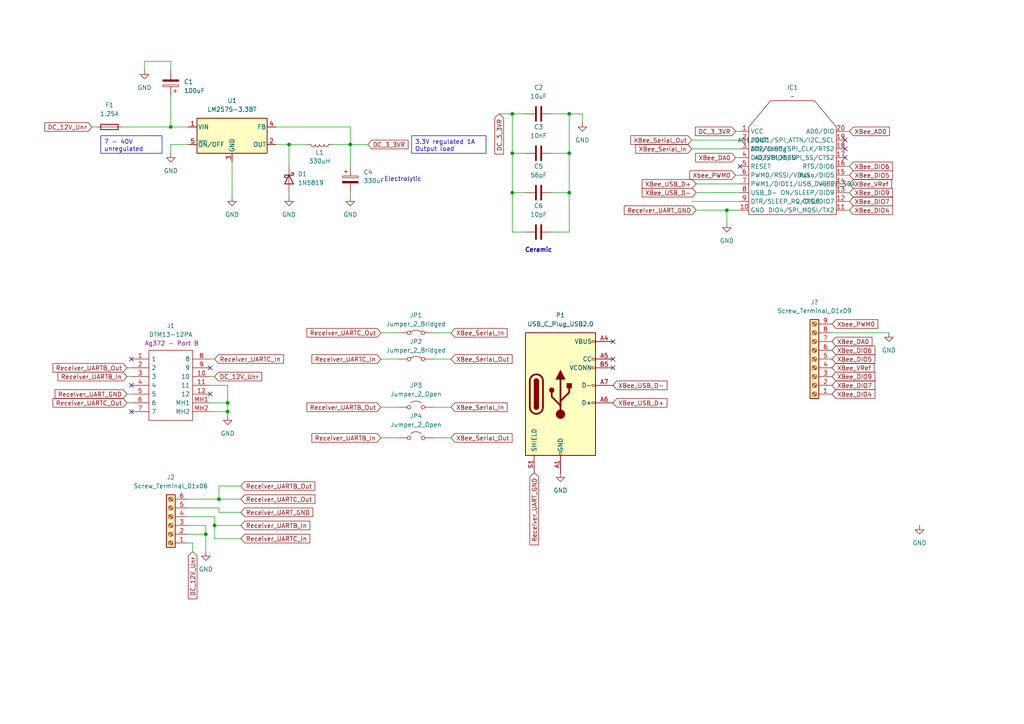
<source format=kicad_sch>
(kicad_sch
	(version 20231120)
	(generator "eeschema")
	(generator_version "8.0")
	(uuid "ec4f4962-6185-4fa5-85be-735bde22b842")
	(paper "A4")
	(title_block
		(title "XBee Carrier Board for Ag GPS Receiver")
		(date "2024-12-29")
		(rev "A")
	)
	(lib_symbols
		(symbol "Connector:Screw_Terminal_01x06"
			(pin_names
				(offset 1.016) hide)
			(exclude_from_sim no)
			(in_bom yes)
			(on_board yes)
			(property "Reference" "J"
				(at 0 7.62 0)
				(effects
					(font
						(size 1.27 1.27)
					)
				)
			)
			(property "Value" "Screw_Terminal_01x06"
				(at 0 -10.16 0)
				(effects
					(font
						(size 1.27 1.27)
					)
				)
			)
			(property "Footprint" ""
				(at 0 0 0)
				(effects
					(font
						(size 1.27 1.27)
					)
					(hide yes)
				)
			)
			(property "Datasheet" "~"
				(at 0 0 0)
				(effects
					(font
						(size 1.27 1.27)
					)
					(hide yes)
				)
			)
			(property "Description" "Generic screw terminal, single row, 01x06, script generated (kicad-library-utils/schlib/autogen/connector/)"
				(at 0 0 0)
				(effects
					(font
						(size 1.27 1.27)
					)
					(hide yes)
				)
			)
			(property "ki_keywords" "screw terminal"
				(at 0 0 0)
				(effects
					(font
						(size 1.27 1.27)
					)
					(hide yes)
				)
			)
			(property "ki_fp_filters" "TerminalBlock*:*"
				(at 0 0 0)
				(effects
					(font
						(size 1.27 1.27)
					)
					(hide yes)
				)
			)
			(symbol "Screw_Terminal_01x06_1_1"
				(rectangle
					(start -1.27 6.35)
					(end 1.27 -8.89)
					(stroke
						(width 0.254)
						(type default)
					)
					(fill
						(type background)
					)
				)
				(circle
					(center 0 -7.62)
					(radius 0.635)
					(stroke
						(width 0.1524)
						(type default)
					)
					(fill
						(type none)
					)
				)
				(circle
					(center 0 -5.08)
					(radius 0.635)
					(stroke
						(width 0.1524)
						(type default)
					)
					(fill
						(type none)
					)
				)
				(circle
					(center 0 -2.54)
					(radius 0.635)
					(stroke
						(width 0.1524)
						(type default)
					)
					(fill
						(type none)
					)
				)
				(polyline
					(pts
						(xy -0.5334 -7.2898) (xy 0.3302 -8.128)
					)
					(stroke
						(width 0.1524)
						(type default)
					)
					(fill
						(type none)
					)
				)
				(polyline
					(pts
						(xy -0.5334 -4.7498) (xy 0.3302 -5.588)
					)
					(stroke
						(width 0.1524)
						(type default)
					)
					(fill
						(type none)
					)
				)
				(polyline
					(pts
						(xy -0.5334 -2.2098) (xy 0.3302 -3.048)
					)
					(stroke
						(width 0.1524)
						(type default)
					)
					(fill
						(type none)
					)
				)
				(polyline
					(pts
						(xy -0.5334 0.3302) (xy 0.3302 -0.508)
					)
					(stroke
						(width 0.1524)
						(type default)
					)
					(fill
						(type none)
					)
				)
				(polyline
					(pts
						(xy -0.5334 2.8702) (xy 0.3302 2.032)
					)
					(stroke
						(width 0.1524)
						(type default)
					)
					(fill
						(type none)
					)
				)
				(polyline
					(pts
						(xy -0.5334 5.4102) (xy 0.3302 4.572)
					)
					(stroke
						(width 0.1524)
						(type default)
					)
					(fill
						(type none)
					)
				)
				(polyline
					(pts
						(xy -0.3556 -7.112) (xy 0.508 -7.9502)
					)
					(stroke
						(width 0.1524)
						(type default)
					)
					(fill
						(type none)
					)
				)
				(polyline
					(pts
						(xy -0.3556 -4.572) (xy 0.508 -5.4102)
					)
					(stroke
						(width 0.1524)
						(type default)
					)
					(fill
						(type none)
					)
				)
				(polyline
					(pts
						(xy -0.3556 -2.032) (xy 0.508 -2.8702)
					)
					(stroke
						(width 0.1524)
						(type default)
					)
					(fill
						(type none)
					)
				)
				(polyline
					(pts
						(xy -0.3556 0.508) (xy 0.508 -0.3302)
					)
					(stroke
						(width 0.1524)
						(type default)
					)
					(fill
						(type none)
					)
				)
				(polyline
					(pts
						(xy -0.3556 3.048) (xy 0.508 2.2098)
					)
					(stroke
						(width 0.1524)
						(type default)
					)
					(fill
						(type none)
					)
				)
				(polyline
					(pts
						(xy -0.3556 5.588) (xy 0.508 4.7498)
					)
					(stroke
						(width 0.1524)
						(type default)
					)
					(fill
						(type none)
					)
				)
				(circle
					(center 0 0)
					(radius 0.635)
					(stroke
						(width 0.1524)
						(type default)
					)
					(fill
						(type none)
					)
				)
				(circle
					(center 0 2.54)
					(radius 0.635)
					(stroke
						(width 0.1524)
						(type default)
					)
					(fill
						(type none)
					)
				)
				(circle
					(center 0 5.08)
					(radius 0.635)
					(stroke
						(width 0.1524)
						(type default)
					)
					(fill
						(type none)
					)
				)
				(pin passive line
					(at -5.08 5.08 0)
					(length 3.81)
					(name "Pin_1"
						(effects
							(font
								(size 1.27 1.27)
							)
						)
					)
					(number "1"
						(effects
							(font
								(size 1.27 1.27)
							)
						)
					)
				)
				(pin passive line
					(at -5.08 2.54 0)
					(length 3.81)
					(name "Pin_2"
						(effects
							(font
								(size 1.27 1.27)
							)
						)
					)
					(number "2"
						(effects
							(font
								(size 1.27 1.27)
							)
						)
					)
				)
				(pin passive line
					(at -5.08 0 0)
					(length 3.81)
					(name "Pin_3"
						(effects
							(font
								(size 1.27 1.27)
							)
						)
					)
					(number "3"
						(effects
							(font
								(size 1.27 1.27)
							)
						)
					)
				)
				(pin passive line
					(at -5.08 -2.54 0)
					(length 3.81)
					(name "Pin_4"
						(effects
							(font
								(size 1.27 1.27)
							)
						)
					)
					(number "4"
						(effects
							(font
								(size 1.27 1.27)
							)
						)
					)
				)
				(pin passive line
					(at -5.08 -5.08 0)
					(length 3.81)
					(name "Pin_5"
						(effects
							(font
								(size 1.27 1.27)
							)
						)
					)
					(number "5"
						(effects
							(font
								(size 1.27 1.27)
							)
						)
					)
				)
				(pin passive line
					(at -5.08 -7.62 0)
					(length 3.81)
					(name "Pin_6"
						(effects
							(font
								(size 1.27 1.27)
							)
						)
					)
					(number "6"
						(effects
							(font
								(size 1.27 1.27)
							)
						)
					)
				)
			)
		)
		(symbol "Connector:Screw_Terminal_01x09"
			(pin_names
				(offset 1.016) hide)
			(exclude_from_sim no)
			(in_bom yes)
			(on_board yes)
			(property "Reference" "J"
				(at 0 12.7 0)
				(effects
					(font
						(size 1.27 1.27)
					)
				)
			)
			(property "Value" "Screw_Terminal_01x09"
				(at 0 -12.7 0)
				(effects
					(font
						(size 1.27 1.27)
					)
				)
			)
			(property "Footprint" ""
				(at 0 0 0)
				(effects
					(font
						(size 1.27 1.27)
					)
					(hide yes)
				)
			)
			(property "Datasheet" "~"
				(at 0 0 0)
				(effects
					(font
						(size 1.27 1.27)
					)
					(hide yes)
				)
			)
			(property "Description" "Generic screw terminal, single row, 01x09, script generated (kicad-library-utils/schlib/autogen/connector/)"
				(at 0 0 0)
				(effects
					(font
						(size 1.27 1.27)
					)
					(hide yes)
				)
			)
			(property "ki_keywords" "screw terminal"
				(at 0 0 0)
				(effects
					(font
						(size 1.27 1.27)
					)
					(hide yes)
				)
			)
			(property "ki_fp_filters" "TerminalBlock*:*"
				(at 0 0 0)
				(effects
					(font
						(size 1.27 1.27)
					)
					(hide yes)
				)
			)
			(symbol "Screw_Terminal_01x09_1_1"
				(rectangle
					(start -1.27 11.43)
					(end 1.27 -11.43)
					(stroke
						(width 0.254)
						(type default)
					)
					(fill
						(type background)
					)
				)
				(circle
					(center 0 -10.16)
					(radius 0.635)
					(stroke
						(width 0.1524)
						(type default)
					)
					(fill
						(type none)
					)
				)
				(circle
					(center 0 -7.62)
					(radius 0.635)
					(stroke
						(width 0.1524)
						(type default)
					)
					(fill
						(type none)
					)
				)
				(circle
					(center 0 -5.08)
					(radius 0.635)
					(stroke
						(width 0.1524)
						(type default)
					)
					(fill
						(type none)
					)
				)
				(circle
					(center 0 -2.54)
					(radius 0.635)
					(stroke
						(width 0.1524)
						(type default)
					)
					(fill
						(type none)
					)
				)
				(polyline
					(pts
						(xy -0.5334 -9.8298) (xy 0.3302 -10.668)
					)
					(stroke
						(width 0.1524)
						(type default)
					)
					(fill
						(type none)
					)
				)
				(polyline
					(pts
						(xy -0.5334 -7.2898) (xy 0.3302 -8.128)
					)
					(stroke
						(width 0.1524)
						(type default)
					)
					(fill
						(type none)
					)
				)
				(polyline
					(pts
						(xy -0.5334 -4.7498) (xy 0.3302 -5.588)
					)
					(stroke
						(width 0.1524)
						(type default)
					)
					(fill
						(type none)
					)
				)
				(polyline
					(pts
						(xy -0.5334 -2.2098) (xy 0.3302 -3.048)
					)
					(stroke
						(width 0.1524)
						(type default)
					)
					(fill
						(type none)
					)
				)
				(polyline
					(pts
						(xy -0.5334 0.3302) (xy 0.3302 -0.508)
					)
					(stroke
						(width 0.1524)
						(type default)
					)
					(fill
						(type none)
					)
				)
				(polyline
					(pts
						(xy -0.5334 2.8702) (xy 0.3302 2.032)
					)
					(stroke
						(width 0.1524)
						(type default)
					)
					(fill
						(type none)
					)
				)
				(polyline
					(pts
						(xy -0.5334 5.4102) (xy 0.3302 4.572)
					)
					(stroke
						(width 0.1524)
						(type default)
					)
					(fill
						(type none)
					)
				)
				(polyline
					(pts
						(xy -0.5334 7.9502) (xy 0.3302 7.112)
					)
					(stroke
						(width 0.1524)
						(type default)
					)
					(fill
						(type none)
					)
				)
				(polyline
					(pts
						(xy -0.5334 10.4902) (xy 0.3302 9.652)
					)
					(stroke
						(width 0.1524)
						(type default)
					)
					(fill
						(type none)
					)
				)
				(polyline
					(pts
						(xy -0.3556 -9.652) (xy 0.508 -10.4902)
					)
					(stroke
						(width 0.1524)
						(type default)
					)
					(fill
						(type none)
					)
				)
				(polyline
					(pts
						(xy -0.3556 -7.112) (xy 0.508 -7.9502)
					)
					(stroke
						(width 0.1524)
						(type default)
					)
					(fill
						(type none)
					)
				)
				(polyline
					(pts
						(xy -0.3556 -4.572) (xy 0.508 -5.4102)
					)
					(stroke
						(width 0.1524)
						(type default)
					)
					(fill
						(type none)
					)
				)
				(polyline
					(pts
						(xy -0.3556 -2.032) (xy 0.508 -2.8702)
					)
					(stroke
						(width 0.1524)
						(type default)
					)
					(fill
						(type none)
					)
				)
				(polyline
					(pts
						(xy -0.3556 0.508) (xy 0.508 -0.3302)
					)
					(stroke
						(width 0.1524)
						(type default)
					)
					(fill
						(type none)
					)
				)
				(polyline
					(pts
						(xy -0.3556 3.048) (xy 0.508 2.2098)
					)
					(stroke
						(width 0.1524)
						(type default)
					)
					(fill
						(type none)
					)
				)
				(polyline
					(pts
						(xy -0.3556 5.588) (xy 0.508 4.7498)
					)
					(stroke
						(width 0.1524)
						(type default)
					)
					(fill
						(type none)
					)
				)
				(polyline
					(pts
						(xy -0.3556 8.128) (xy 0.508 7.2898)
					)
					(stroke
						(width 0.1524)
						(type default)
					)
					(fill
						(type none)
					)
				)
				(polyline
					(pts
						(xy -0.3556 10.668) (xy 0.508 9.8298)
					)
					(stroke
						(width 0.1524)
						(type default)
					)
					(fill
						(type none)
					)
				)
				(circle
					(center 0 0)
					(radius 0.635)
					(stroke
						(width 0.1524)
						(type default)
					)
					(fill
						(type none)
					)
				)
				(circle
					(center 0 2.54)
					(radius 0.635)
					(stroke
						(width 0.1524)
						(type default)
					)
					(fill
						(type none)
					)
				)
				(circle
					(center 0 5.08)
					(radius 0.635)
					(stroke
						(width 0.1524)
						(type default)
					)
					(fill
						(type none)
					)
				)
				(circle
					(center 0 7.62)
					(radius 0.635)
					(stroke
						(width 0.1524)
						(type default)
					)
					(fill
						(type none)
					)
				)
				(circle
					(center 0 10.16)
					(radius 0.635)
					(stroke
						(width 0.1524)
						(type default)
					)
					(fill
						(type none)
					)
				)
				(pin passive line
					(at -5.08 10.16 0)
					(length 3.81)
					(name "Pin_1"
						(effects
							(font
								(size 1.27 1.27)
							)
						)
					)
					(number "1"
						(effects
							(font
								(size 1.27 1.27)
							)
						)
					)
				)
				(pin passive line
					(at -5.08 7.62 0)
					(length 3.81)
					(name "Pin_2"
						(effects
							(font
								(size 1.27 1.27)
							)
						)
					)
					(number "2"
						(effects
							(font
								(size 1.27 1.27)
							)
						)
					)
				)
				(pin passive line
					(at -5.08 5.08 0)
					(length 3.81)
					(name "Pin_3"
						(effects
							(font
								(size 1.27 1.27)
							)
						)
					)
					(number "3"
						(effects
							(font
								(size 1.27 1.27)
							)
						)
					)
				)
				(pin passive line
					(at -5.08 2.54 0)
					(length 3.81)
					(name "Pin_4"
						(effects
							(font
								(size 1.27 1.27)
							)
						)
					)
					(number "4"
						(effects
							(font
								(size 1.27 1.27)
							)
						)
					)
				)
				(pin passive line
					(at -5.08 0 0)
					(length 3.81)
					(name "Pin_5"
						(effects
							(font
								(size 1.27 1.27)
							)
						)
					)
					(number "5"
						(effects
							(font
								(size 1.27 1.27)
							)
						)
					)
				)
				(pin passive line
					(at -5.08 -2.54 0)
					(length 3.81)
					(name "Pin_6"
						(effects
							(font
								(size 1.27 1.27)
							)
						)
					)
					(number "6"
						(effects
							(font
								(size 1.27 1.27)
							)
						)
					)
				)
				(pin passive line
					(at -5.08 -5.08 0)
					(length 3.81)
					(name "Pin_7"
						(effects
							(font
								(size 1.27 1.27)
							)
						)
					)
					(number "7"
						(effects
							(font
								(size 1.27 1.27)
							)
						)
					)
				)
				(pin passive line
					(at -5.08 -7.62 0)
					(length 3.81)
					(name "Pin_8"
						(effects
							(font
								(size 1.27 1.27)
							)
						)
					)
					(number "8"
						(effects
							(font
								(size 1.27 1.27)
							)
						)
					)
				)
				(pin passive line
					(at -5.08 -10.16 0)
					(length 3.81)
					(name "Pin_9"
						(effects
							(font
								(size 1.27 1.27)
							)
						)
					)
					(number "9"
						(effects
							(font
								(size 1.27 1.27)
							)
						)
					)
				)
			)
		)
		(symbol "Connector:USB_C_Plug_USB2.0"
			(pin_names
				(offset 1.016)
			)
			(exclude_from_sim no)
			(in_bom yes)
			(on_board yes)
			(property "Reference" "P"
				(at -10.16 19.05 0)
				(effects
					(font
						(size 1.27 1.27)
					)
					(justify left)
				)
			)
			(property "Value" "USB_C_Plug_USB2.0"
				(at 12.7 19.05 0)
				(effects
					(font
						(size 1.27 1.27)
					)
					(justify right)
				)
			)
			(property "Footprint" ""
				(at 3.81 0 0)
				(effects
					(font
						(size 1.27 1.27)
					)
					(hide yes)
				)
			)
			(property "Datasheet" "https://www.usb.org/sites/default/files/documents/usb_type-c.zip"
				(at 3.81 0 0)
				(effects
					(font
						(size 1.27 1.27)
					)
					(hide yes)
				)
			)
			(property "Description" "USB 2.0-only Type-C Plug connector"
				(at 0 0 0)
				(effects
					(font
						(size 1.27 1.27)
					)
					(hide yes)
				)
			)
			(property "ki_keywords" "usb universal serial bus type-C USB2.0"
				(at 0 0 0)
				(effects
					(font
						(size 1.27 1.27)
					)
					(hide yes)
				)
			)
			(property "ki_fp_filters" "USB*C*Plug*"
				(at 0 0 0)
				(effects
					(font
						(size 1.27 1.27)
					)
					(hide yes)
				)
			)
			(symbol "USB_C_Plug_USB2.0_0_0"
				(rectangle
					(start -0.254 -17.78)
					(end 0.254 -16.764)
					(stroke
						(width 0)
						(type default)
					)
					(fill
						(type none)
					)
				)
				(rectangle
					(start 10.16 -2.286)
					(end 9.144 -2.794)
					(stroke
						(width 0)
						(type default)
					)
					(fill
						(type none)
					)
				)
				(rectangle
					(start 10.16 2.794)
					(end 9.144 2.286)
					(stroke
						(width 0)
						(type default)
					)
					(fill
						(type none)
					)
				)
				(rectangle
					(start 10.16 7.874)
					(end 9.144 7.366)
					(stroke
						(width 0)
						(type default)
					)
					(fill
						(type none)
					)
				)
				(rectangle
					(start 10.16 10.414)
					(end 9.144 9.906)
					(stroke
						(width 0)
						(type default)
					)
					(fill
						(type none)
					)
				)
				(rectangle
					(start 10.16 15.494)
					(end 9.144 14.986)
					(stroke
						(width 0)
						(type default)
					)
					(fill
						(type none)
					)
				)
			)
			(symbol "USB_C_Plug_USB2.0_0_1"
				(rectangle
					(start -10.16 17.78)
					(end 10.16 -17.78)
					(stroke
						(width 0.254)
						(type default)
					)
					(fill
						(type background)
					)
				)
				(arc
					(start -8.89 -3.81)
					(mid -6.985 -5.7067)
					(end -5.08 -3.81)
					(stroke
						(width 0.508)
						(type default)
					)
					(fill
						(type none)
					)
				)
				(arc
					(start -7.62 -3.81)
					(mid -6.985 -4.4423)
					(end -6.35 -3.81)
					(stroke
						(width 0.254)
						(type default)
					)
					(fill
						(type none)
					)
				)
				(arc
					(start -7.62 -3.81)
					(mid -6.985 -4.4423)
					(end -6.35 -3.81)
					(stroke
						(width 0.254)
						(type default)
					)
					(fill
						(type outline)
					)
				)
				(rectangle
					(start -7.62 -3.81)
					(end -6.35 3.81)
					(stroke
						(width 0.254)
						(type default)
					)
					(fill
						(type outline)
					)
				)
				(arc
					(start -6.35 3.81)
					(mid -6.985 4.4423)
					(end -7.62 3.81)
					(stroke
						(width 0.254)
						(type default)
					)
					(fill
						(type none)
					)
				)
				(arc
					(start -6.35 3.81)
					(mid -6.985 4.4423)
					(end -7.62 3.81)
					(stroke
						(width 0.254)
						(type default)
					)
					(fill
						(type outline)
					)
				)
				(arc
					(start -5.08 3.81)
					(mid -6.985 5.7067)
					(end -8.89 3.81)
					(stroke
						(width 0.508)
						(type default)
					)
					(fill
						(type none)
					)
				)
				(circle
					(center -2.54 1.143)
					(radius 0.635)
					(stroke
						(width 0.254)
						(type default)
					)
					(fill
						(type outline)
					)
				)
				(circle
					(center 0 -5.842)
					(radius 1.27)
					(stroke
						(width 0)
						(type default)
					)
					(fill
						(type outline)
					)
				)
				(polyline
					(pts
						(xy -8.89 -3.81) (xy -8.89 3.81)
					)
					(stroke
						(width 0.508)
						(type default)
					)
					(fill
						(type none)
					)
				)
				(polyline
					(pts
						(xy -5.08 3.81) (xy -5.08 -3.81)
					)
					(stroke
						(width 0.508)
						(type default)
					)
					(fill
						(type none)
					)
				)
				(polyline
					(pts
						(xy 0 -5.842) (xy 0 4.318)
					)
					(stroke
						(width 0.508)
						(type default)
					)
					(fill
						(type none)
					)
				)
				(polyline
					(pts
						(xy 0 -3.302) (xy -2.54 -0.762) (xy -2.54 0.508)
					)
					(stroke
						(width 0.508)
						(type default)
					)
					(fill
						(type none)
					)
				)
				(polyline
					(pts
						(xy 0 -2.032) (xy 2.54 0.508) (xy 2.54 1.778)
					)
					(stroke
						(width 0.508)
						(type default)
					)
					(fill
						(type none)
					)
				)
				(polyline
					(pts
						(xy -1.27 4.318) (xy 0 6.858) (xy 1.27 4.318) (xy -1.27 4.318)
					)
					(stroke
						(width 0.254)
						(type default)
					)
					(fill
						(type outline)
					)
				)
				(rectangle
					(start 1.905 1.778)
					(end 3.175 3.048)
					(stroke
						(width 0.254)
						(type default)
					)
					(fill
						(type outline)
					)
				)
			)
			(symbol "USB_C_Plug_USB2.0_1_1"
				(pin passive line
					(at 0 -22.86 90)
					(length 5.08)
					(name "GND"
						(effects
							(font
								(size 1.27 1.27)
							)
						)
					)
					(number "A1"
						(effects
							(font
								(size 1.27 1.27)
							)
						)
					)
				)
				(pin passive line
					(at 0 -22.86 90)
					(length 5.08) hide
					(name "GND"
						(effects
							(font
								(size 1.27 1.27)
							)
						)
					)
					(number "A12"
						(effects
							(font
								(size 1.27 1.27)
							)
						)
					)
				)
				(pin passive line
					(at 15.24 15.24 180)
					(length 5.08)
					(name "VBUS"
						(effects
							(font
								(size 1.27 1.27)
							)
						)
					)
					(number "A4"
						(effects
							(font
								(size 1.27 1.27)
							)
						)
					)
				)
				(pin bidirectional line
					(at 15.24 10.16 180)
					(length 5.08)
					(name "CC"
						(effects
							(font
								(size 1.27 1.27)
							)
						)
					)
					(number "A5"
						(effects
							(font
								(size 1.27 1.27)
							)
						)
					)
				)
				(pin bidirectional line
					(at 15.24 -2.54 180)
					(length 5.08)
					(name "D+"
						(effects
							(font
								(size 1.27 1.27)
							)
						)
					)
					(number "A6"
						(effects
							(font
								(size 1.27 1.27)
							)
						)
					)
				)
				(pin bidirectional line
					(at 15.24 2.54 180)
					(length 5.08)
					(name "D-"
						(effects
							(font
								(size 1.27 1.27)
							)
						)
					)
					(number "A7"
						(effects
							(font
								(size 1.27 1.27)
							)
						)
					)
				)
				(pin passive line
					(at 15.24 15.24 180)
					(length 5.08) hide
					(name "VBUS"
						(effects
							(font
								(size 1.27 1.27)
							)
						)
					)
					(number "A9"
						(effects
							(font
								(size 1.27 1.27)
							)
						)
					)
				)
				(pin passive line
					(at 0 -22.86 90)
					(length 5.08) hide
					(name "GND"
						(effects
							(font
								(size 1.27 1.27)
							)
						)
					)
					(number "B1"
						(effects
							(font
								(size 1.27 1.27)
							)
						)
					)
				)
				(pin passive line
					(at 0 -22.86 90)
					(length 5.08) hide
					(name "GND"
						(effects
							(font
								(size 1.27 1.27)
							)
						)
					)
					(number "B12"
						(effects
							(font
								(size 1.27 1.27)
							)
						)
					)
				)
				(pin passive line
					(at 15.24 15.24 180)
					(length 5.08) hide
					(name "VBUS"
						(effects
							(font
								(size 1.27 1.27)
							)
						)
					)
					(number "B4"
						(effects
							(font
								(size 1.27 1.27)
							)
						)
					)
				)
				(pin bidirectional line
					(at 15.24 7.62 180)
					(length 5.08)
					(name "VCONN"
						(effects
							(font
								(size 1.27 1.27)
							)
						)
					)
					(number "B5"
						(effects
							(font
								(size 1.27 1.27)
							)
						)
					)
				)
				(pin passive line
					(at 15.24 15.24 180)
					(length 5.08) hide
					(name "VBUS"
						(effects
							(font
								(size 1.27 1.27)
							)
						)
					)
					(number "B9"
						(effects
							(font
								(size 1.27 1.27)
							)
						)
					)
				)
				(pin passive line
					(at -7.62 -22.86 90)
					(length 5.08)
					(name "SHIELD"
						(effects
							(font
								(size 1.27 1.27)
							)
						)
					)
					(number "S1"
						(effects
							(font
								(size 1.27 1.27)
							)
						)
					)
				)
			)
		)
		(symbol "Custom:Xbee_3"
			(exclude_from_sim no)
			(in_bom yes)
			(on_board yes)
			(property "Reference" "IC"
				(at 0 -4.826 0)
				(effects
					(font
						(size 1.27 1.27)
					)
				)
			)
			(property "Value" ""
				(at 0 0 0)
				(effects
					(font
						(size 1.27 1.27)
					)
				)
			)
			(property "Footprint" ""
				(at 0 0 0)
				(effects
					(font
						(size 1.27 1.27)
					)
					(hide yes)
				)
			)
			(property "Datasheet" ""
				(at 0 0 0)
				(effects
					(font
						(size 1.27 1.27)
					)
					(hide yes)
				)
			)
			(property "Description" ""
				(at 0 0 0)
				(effects
					(font
						(size 1.27 1.27)
					)
					(hide yes)
				)
			)
			(symbol "Xbee_3_0_1"
				(polyline
					(pts
						(xy -12.7 0) (xy 12.7 0) (xy 12.7 25.4) (xy 6.35 33.02) (xy -6.35 33.02) (xy -12.7 25.4) (xy -12.7 0)
					)
					(stroke
						(width 0)
						(type default)
					)
					(fill
						(type none)
					)
				)
			)
			(symbol "Xbee_3_1_1"
				(pin power_in line
					(at -15.24 24.13 0)
					(length 2.54)
					(name "VCC"
						(effects
							(font
								(size 1.27 1.27)
							)
						)
					)
					(number "1"
						(effects
							(font
								(size 1.27 1.27)
							)
						)
					)
				)
				(pin passive line
					(at -15.24 1.27 0)
					(length 2.54)
					(name "GND"
						(effects
							(font
								(size 1.27 1.27)
							)
						)
					)
					(number "10"
						(effects
							(font
								(size 1.27 1.27)
							)
						)
					)
				)
				(pin unspecified line
					(at 15.24 1.27 180)
					(length 2.54)
					(name "DIO4/SPI_MOSI/TX2"
						(effects
							(font
								(size 1.27 1.27)
							)
						)
					)
					(number "11"
						(effects
							(font
								(size 1.27 1.27)
							)
						)
					)
				)
				(pin unspecified line
					(at 15.24 3.81 180)
					(length 2.54)
					(name "CTS/DIO7"
						(effects
							(font
								(size 1.27 1.27)
							)
						)
					)
					(number "12"
						(effects
							(font
								(size 1.27 1.27)
							)
						)
					)
				)
				(pin output line
					(at 15.24 6.35 180)
					(length 2.54)
					(name "ON/SLEEP/DIO9"
						(effects
							(font
								(size 1.27 1.27)
							)
						)
					)
					(number "13"
						(effects
							(font
								(size 1.27 1.27)
							)
						)
					)
				)
				(pin passive line
					(at 15.24 8.89 180)
					(length 2.54)
					(name "VREF"
						(effects
							(font
								(size 1.27 1.27)
							)
						)
					)
					(number "14"
						(effects
							(font
								(size 1.27 1.27)
							)
						)
					)
				)
				(pin unspecified line
					(at 15.24 11.43 180)
					(length 2.54)
					(name "Asso/DIO5"
						(effects
							(font
								(size 1.27 1.27)
							)
						)
					)
					(number "15"
						(effects
							(font
								(size 1.27 1.27)
							)
						)
					)
				)
				(pin unspecified line
					(at 15.24 13.97 180)
					(length 2.54)
					(name "RTS/DIO6"
						(effects
							(font
								(size 1.27 1.27)
							)
						)
					)
					(number "16"
						(effects
							(font
								(size 1.27 1.27)
							)
						)
					)
				)
				(pin unspecified line
					(at 15.24 16.51 180)
					(length 2.54)
					(name "AD3/DIO3/SPI_SS/CTS2"
						(effects
							(font
								(size 1.27 1.27)
							)
						)
					)
					(number "17"
						(effects
							(font
								(size 1.27 1.27)
							)
						)
					)
				)
				(pin unspecified line
					(at 15.24 19.05 180)
					(length 2.54)
					(name "AD2/DIO3/SPI_CLK/RTS2"
						(effects
							(font
								(size 1.27 1.27)
							)
						)
					)
					(number "18"
						(effects
							(font
								(size 1.27 1.27)
							)
						)
					)
				)
				(pin unspecified line
					(at 15.24 21.59 180)
					(length 2.54)
					(name "AD1/DIO1/SPI_ATTN/I2C_SCL"
						(effects
							(font
								(size 1.27 1.27)
							)
						)
					)
					(number "19"
						(effects
							(font
								(size 1.27 1.27)
							)
						)
					)
				)
				(pin output line
					(at -15.24 21.59 0)
					(length 2.54)
					(name "DOUT"
						(effects
							(font
								(size 1.27 1.27)
							)
						)
					)
					(number "2"
						(effects
							(font
								(size 1.27 1.27)
							)
						)
					)
				)
				(pin unspecified line
					(at 15.24 24.13 180)
					(length 2.54)
					(name "AD0/DIO"
						(effects
							(font
								(size 1.27 1.27)
							)
						)
					)
					(number "20"
						(effects
							(font
								(size 1.27 1.27)
							)
						)
					)
				)
				(pin input line
					(at -15.24 19.05 0)
					(length 2.54)
					(name "DIN/config"
						(effects
							(font
								(size 1.27 1.27)
							)
						)
					)
					(number "3"
						(effects
							(font
								(size 1.27 1.27)
							)
						)
					)
				)
				(pin bidirectional line
					(at -15.24 16.51 0)
					(length 2.54)
					(name "DIO/SPI_MISO"
						(effects
							(font
								(size 1.27 1.27)
							)
						)
					)
					(number "4"
						(effects
							(font
								(size 1.27 1.27)
							)
						)
					)
				)
				(pin input line
					(at -15.24 13.97 0)
					(length 2.54)
					(name "RESET"
						(effects
							(font
								(size 1.27 1.27)
							)
						)
					)
					(number "5"
						(effects
							(font
								(size 1.27 1.27)
							)
						)
					)
				)
				(pin bidirectional line
					(at -15.24 11.43 0)
					(length 2.54)
					(name "PWM0/RSSI/VBUS"
						(effects
							(font
								(size 1.27 1.27)
							)
						)
					)
					(number "6"
						(effects
							(font
								(size 1.27 1.27)
							)
						)
					)
				)
				(pin unspecified line
					(at -15.24 8.89 0)
					(length 2.54)
					(name "PWM1/DIO11/USB_D+/I2C_SDA"
						(effects
							(font
								(size 1.27 1.27)
							)
						)
					)
					(number "7"
						(effects
							(font
								(size 1.27 1.27)
							)
						)
					)
				)
				(pin unspecified line
					(at -15.24 6.35 0)
					(length 2.54)
					(name "USB_D-"
						(effects
							(font
								(size 1.27 1.27)
							)
						)
					)
					(number "8"
						(effects
							(font
								(size 1.27 1.27)
							)
						)
					)
				)
				(pin unspecified line
					(at -15.24 3.81 0)
					(length 2.54)
					(name "DTR/SLEEP_RQ/DIO8"
						(effects
							(font
								(size 1.27 1.27)
							)
						)
					)
					(number "9"
						(effects
							(font
								(size 1.27 1.27)
							)
						)
					)
				)
			)
		)
		(symbol "Device:C"
			(pin_numbers hide)
			(pin_names
				(offset 0.254)
			)
			(exclude_from_sim no)
			(in_bom yes)
			(on_board yes)
			(property "Reference" "C"
				(at 0.635 2.54 0)
				(effects
					(font
						(size 1.27 1.27)
					)
					(justify left)
				)
			)
			(property "Value" "C"
				(at 0.635 -2.54 0)
				(effects
					(font
						(size 1.27 1.27)
					)
					(justify left)
				)
			)
			(property "Footprint" ""
				(at 0.9652 -3.81 0)
				(effects
					(font
						(size 1.27 1.27)
					)
					(hide yes)
				)
			)
			(property "Datasheet" "~"
				(at 0 0 0)
				(effects
					(font
						(size 1.27 1.27)
					)
					(hide yes)
				)
			)
			(property "Description" "Unpolarized capacitor"
				(at 0 0 0)
				(effects
					(font
						(size 1.27 1.27)
					)
					(hide yes)
				)
			)
			(property "ki_keywords" "cap capacitor"
				(at 0 0 0)
				(effects
					(font
						(size 1.27 1.27)
					)
					(hide yes)
				)
			)
			(property "ki_fp_filters" "C_*"
				(at 0 0 0)
				(effects
					(font
						(size 1.27 1.27)
					)
					(hide yes)
				)
			)
			(symbol "C_0_1"
				(polyline
					(pts
						(xy -2.032 -0.762) (xy 2.032 -0.762)
					)
					(stroke
						(width 0.508)
						(type default)
					)
					(fill
						(type none)
					)
				)
				(polyline
					(pts
						(xy -2.032 0.762) (xy 2.032 0.762)
					)
					(stroke
						(width 0.508)
						(type default)
					)
					(fill
						(type none)
					)
				)
			)
			(symbol "C_1_1"
				(pin passive line
					(at 0 3.81 270)
					(length 2.794)
					(name "~"
						(effects
							(font
								(size 1.27 1.27)
							)
						)
					)
					(number "1"
						(effects
							(font
								(size 1.27 1.27)
							)
						)
					)
				)
				(pin passive line
					(at 0 -3.81 90)
					(length 2.794)
					(name "~"
						(effects
							(font
								(size 1.27 1.27)
							)
						)
					)
					(number "2"
						(effects
							(font
								(size 1.27 1.27)
							)
						)
					)
				)
			)
		)
		(symbol "Device:C_Polarized"
			(pin_numbers hide)
			(pin_names
				(offset 0.254)
			)
			(exclude_from_sim no)
			(in_bom yes)
			(on_board yes)
			(property "Reference" "C"
				(at 0.635 2.54 0)
				(effects
					(font
						(size 1.27 1.27)
					)
					(justify left)
				)
			)
			(property "Value" "C_Polarized"
				(at 0.635 -2.54 0)
				(effects
					(font
						(size 1.27 1.27)
					)
					(justify left)
				)
			)
			(property "Footprint" ""
				(at 0.9652 -3.81 0)
				(effects
					(font
						(size 1.27 1.27)
					)
					(hide yes)
				)
			)
			(property "Datasheet" "~"
				(at 0 0 0)
				(effects
					(font
						(size 1.27 1.27)
					)
					(hide yes)
				)
			)
			(property "Description" "Polarized capacitor"
				(at 0 0 0)
				(effects
					(font
						(size 1.27 1.27)
					)
					(hide yes)
				)
			)
			(property "ki_keywords" "cap capacitor"
				(at 0 0 0)
				(effects
					(font
						(size 1.27 1.27)
					)
					(hide yes)
				)
			)
			(property "ki_fp_filters" "CP_*"
				(at 0 0 0)
				(effects
					(font
						(size 1.27 1.27)
					)
					(hide yes)
				)
			)
			(symbol "C_Polarized_0_1"
				(rectangle
					(start -2.286 0.508)
					(end 2.286 1.016)
					(stroke
						(width 0)
						(type default)
					)
					(fill
						(type none)
					)
				)
				(polyline
					(pts
						(xy -1.778 2.286) (xy -0.762 2.286)
					)
					(stroke
						(width 0)
						(type default)
					)
					(fill
						(type none)
					)
				)
				(polyline
					(pts
						(xy -1.27 2.794) (xy -1.27 1.778)
					)
					(stroke
						(width 0)
						(type default)
					)
					(fill
						(type none)
					)
				)
				(rectangle
					(start 2.286 -0.508)
					(end -2.286 -1.016)
					(stroke
						(width 0)
						(type default)
					)
					(fill
						(type outline)
					)
				)
			)
			(symbol "C_Polarized_1_1"
				(pin passive line
					(at 0 3.81 270)
					(length 2.794)
					(name "~"
						(effects
							(font
								(size 1.27 1.27)
							)
						)
					)
					(number "1"
						(effects
							(font
								(size 1.27 1.27)
							)
						)
					)
				)
				(pin passive line
					(at 0 -3.81 90)
					(length 2.794)
					(name "~"
						(effects
							(font
								(size 1.27 1.27)
							)
						)
					)
					(number "2"
						(effects
							(font
								(size 1.27 1.27)
							)
						)
					)
				)
			)
		)
		(symbol "Device:Fuse"
			(pin_numbers hide)
			(pin_names
				(offset 0)
			)
			(exclude_from_sim no)
			(in_bom yes)
			(on_board yes)
			(property "Reference" "F"
				(at 2.032 0 90)
				(effects
					(font
						(size 1.27 1.27)
					)
				)
			)
			(property "Value" "Fuse"
				(at -1.905 0 90)
				(effects
					(font
						(size 1.27 1.27)
					)
				)
			)
			(property "Footprint" ""
				(at -1.778 0 90)
				(effects
					(font
						(size 1.27 1.27)
					)
					(hide yes)
				)
			)
			(property "Datasheet" "~"
				(at 0 0 0)
				(effects
					(font
						(size 1.27 1.27)
					)
					(hide yes)
				)
			)
			(property "Description" "Fuse"
				(at 0 0 0)
				(effects
					(font
						(size 1.27 1.27)
					)
					(hide yes)
				)
			)
			(property "ki_keywords" "fuse"
				(at 0 0 0)
				(effects
					(font
						(size 1.27 1.27)
					)
					(hide yes)
				)
			)
			(property "ki_fp_filters" "*Fuse*"
				(at 0 0 0)
				(effects
					(font
						(size 1.27 1.27)
					)
					(hide yes)
				)
			)
			(symbol "Fuse_0_1"
				(rectangle
					(start -0.762 -2.54)
					(end 0.762 2.54)
					(stroke
						(width 0.254)
						(type default)
					)
					(fill
						(type none)
					)
				)
				(polyline
					(pts
						(xy 0 2.54) (xy 0 -2.54)
					)
					(stroke
						(width 0)
						(type default)
					)
					(fill
						(type none)
					)
				)
			)
			(symbol "Fuse_1_1"
				(pin passive line
					(at 0 3.81 270)
					(length 1.27)
					(name "~"
						(effects
							(font
								(size 1.27 1.27)
							)
						)
					)
					(number "1"
						(effects
							(font
								(size 1.27 1.27)
							)
						)
					)
				)
				(pin passive line
					(at 0 -3.81 90)
					(length 1.27)
					(name "~"
						(effects
							(font
								(size 1.27 1.27)
							)
						)
					)
					(number "2"
						(effects
							(font
								(size 1.27 1.27)
							)
						)
					)
				)
			)
		)
		(symbol "Device:L"
			(pin_numbers hide)
			(pin_names
				(offset 1.016) hide)
			(exclude_from_sim no)
			(in_bom yes)
			(on_board yes)
			(property "Reference" "L"
				(at -1.27 0 90)
				(effects
					(font
						(size 1.27 1.27)
					)
				)
			)
			(property "Value" "L"
				(at 1.905 0 90)
				(effects
					(font
						(size 1.27 1.27)
					)
				)
			)
			(property "Footprint" ""
				(at 0 0 0)
				(effects
					(font
						(size 1.27 1.27)
					)
					(hide yes)
				)
			)
			(property "Datasheet" "~"
				(at 0 0 0)
				(effects
					(font
						(size 1.27 1.27)
					)
					(hide yes)
				)
			)
			(property "Description" "Inductor"
				(at 0 0 0)
				(effects
					(font
						(size 1.27 1.27)
					)
					(hide yes)
				)
			)
			(property "ki_keywords" "inductor choke coil reactor magnetic"
				(at 0 0 0)
				(effects
					(font
						(size 1.27 1.27)
					)
					(hide yes)
				)
			)
			(property "ki_fp_filters" "Choke_* *Coil* Inductor_* L_*"
				(at 0 0 0)
				(effects
					(font
						(size 1.27 1.27)
					)
					(hide yes)
				)
			)
			(symbol "L_0_1"
				(arc
					(start 0 -2.54)
					(mid 0.6323 -1.905)
					(end 0 -1.27)
					(stroke
						(width 0)
						(type default)
					)
					(fill
						(type none)
					)
				)
				(arc
					(start 0 -1.27)
					(mid 0.6323 -0.635)
					(end 0 0)
					(stroke
						(width 0)
						(type default)
					)
					(fill
						(type none)
					)
				)
				(arc
					(start 0 0)
					(mid 0.6323 0.635)
					(end 0 1.27)
					(stroke
						(width 0)
						(type default)
					)
					(fill
						(type none)
					)
				)
				(arc
					(start 0 1.27)
					(mid 0.6323 1.905)
					(end 0 2.54)
					(stroke
						(width 0)
						(type default)
					)
					(fill
						(type none)
					)
				)
			)
			(symbol "L_1_1"
				(pin passive line
					(at 0 3.81 270)
					(length 1.27)
					(name "1"
						(effects
							(font
								(size 1.27 1.27)
							)
						)
					)
					(number "1"
						(effects
							(font
								(size 1.27 1.27)
							)
						)
					)
				)
				(pin passive line
					(at 0 -3.81 90)
					(length 1.27)
					(name "2"
						(effects
							(font
								(size 1.27 1.27)
							)
						)
					)
					(number "2"
						(effects
							(font
								(size 1.27 1.27)
							)
						)
					)
				)
			)
		)
		(symbol "Diode:1N5819"
			(pin_numbers hide)
			(pin_names
				(offset 1.016) hide)
			(exclude_from_sim no)
			(in_bom yes)
			(on_board yes)
			(property "Reference" "D"
				(at 0 2.54 0)
				(effects
					(font
						(size 1.27 1.27)
					)
				)
			)
			(property "Value" "1N5819"
				(at 0 -2.54 0)
				(effects
					(font
						(size 1.27 1.27)
					)
				)
			)
			(property "Footprint" "Diode_THT:D_DO-41_SOD81_P10.16mm_Horizontal"
				(at 0 -4.445 0)
				(effects
					(font
						(size 1.27 1.27)
					)
					(hide yes)
				)
			)
			(property "Datasheet" "http://www.vishay.com/docs/88525/1n5817.pdf"
				(at 0 0 0)
				(effects
					(font
						(size 1.27 1.27)
					)
					(hide yes)
				)
			)
			(property "Description" "40V 1A Schottky Barrier Rectifier Diode, DO-41"
				(at 0 0 0)
				(effects
					(font
						(size 1.27 1.27)
					)
					(hide yes)
				)
			)
			(property "ki_keywords" "diode Schottky"
				(at 0 0 0)
				(effects
					(font
						(size 1.27 1.27)
					)
					(hide yes)
				)
			)
			(property "ki_fp_filters" "D*DO?41*"
				(at 0 0 0)
				(effects
					(font
						(size 1.27 1.27)
					)
					(hide yes)
				)
			)
			(symbol "1N5819_0_1"
				(polyline
					(pts
						(xy 1.27 0) (xy -1.27 0)
					)
					(stroke
						(width 0)
						(type default)
					)
					(fill
						(type none)
					)
				)
				(polyline
					(pts
						(xy 1.27 1.27) (xy 1.27 -1.27) (xy -1.27 0) (xy 1.27 1.27)
					)
					(stroke
						(width 0.254)
						(type default)
					)
					(fill
						(type none)
					)
				)
				(polyline
					(pts
						(xy -1.905 0.635) (xy -1.905 1.27) (xy -1.27 1.27) (xy -1.27 -1.27) (xy -0.635 -1.27) (xy -0.635 -0.635)
					)
					(stroke
						(width 0.254)
						(type default)
					)
					(fill
						(type none)
					)
				)
			)
			(symbol "1N5819_1_1"
				(pin passive line
					(at -3.81 0 0)
					(length 2.54)
					(name "K"
						(effects
							(font
								(size 1.27 1.27)
							)
						)
					)
					(number "1"
						(effects
							(font
								(size 1.27 1.27)
							)
						)
					)
				)
				(pin passive line
					(at 3.81 0 180)
					(length 2.54)
					(name "A"
						(effects
							(font
								(size 1.27 1.27)
							)
						)
					)
					(number "2"
						(effects
							(font
								(size 1.27 1.27)
							)
						)
					)
				)
			)
		)
		(symbol "Jumper:Jumper_2_Bridged"
			(pin_numbers hide)
			(pin_names
				(offset 0) hide)
			(exclude_from_sim yes)
			(in_bom yes)
			(on_board yes)
			(property "Reference" "JP"
				(at 0 1.905 0)
				(effects
					(font
						(size 1.27 1.27)
					)
				)
			)
			(property "Value" "Jumper_2_Bridged"
				(at 0 -2.54 0)
				(effects
					(font
						(size 1.27 1.27)
					)
				)
			)
			(property "Footprint" ""
				(at 0 0 0)
				(effects
					(font
						(size 1.27 1.27)
					)
					(hide yes)
				)
			)
			(property "Datasheet" "~"
				(at 0 0 0)
				(effects
					(font
						(size 1.27 1.27)
					)
					(hide yes)
				)
			)
			(property "Description" "Jumper, 2-pole, closed/bridged"
				(at 0 0 0)
				(effects
					(font
						(size 1.27 1.27)
					)
					(hide yes)
				)
			)
			(property "ki_keywords" "Jumper SPST"
				(at 0 0 0)
				(effects
					(font
						(size 1.27 1.27)
					)
					(hide yes)
				)
			)
			(property "ki_fp_filters" "Jumper* TestPoint*2Pads* TestPoint*Bridge*"
				(at 0 0 0)
				(effects
					(font
						(size 1.27 1.27)
					)
					(hide yes)
				)
			)
			(symbol "Jumper_2_Bridged_0_0"
				(circle
					(center -2.032 0)
					(radius 0.508)
					(stroke
						(width 0)
						(type default)
					)
					(fill
						(type none)
					)
				)
				(circle
					(center 2.032 0)
					(radius 0.508)
					(stroke
						(width 0)
						(type default)
					)
					(fill
						(type none)
					)
				)
			)
			(symbol "Jumper_2_Bridged_0_1"
				(arc
					(start 1.524 0.254)
					(mid 0 0.762)
					(end -1.524 0.254)
					(stroke
						(width 0)
						(type default)
					)
					(fill
						(type none)
					)
				)
			)
			(symbol "Jumper_2_Bridged_1_1"
				(pin passive line
					(at -5.08 0 0)
					(length 2.54)
					(name "A"
						(effects
							(font
								(size 1.27 1.27)
							)
						)
					)
					(number "1"
						(effects
							(font
								(size 1.27 1.27)
							)
						)
					)
				)
				(pin passive line
					(at 5.08 0 180)
					(length 2.54)
					(name "B"
						(effects
							(font
								(size 1.27 1.27)
							)
						)
					)
					(number "2"
						(effects
							(font
								(size 1.27 1.27)
							)
						)
					)
				)
			)
		)
		(symbol "Jumper:Jumper_2_Open"
			(pin_numbers hide)
			(pin_names
				(offset 0) hide)
			(exclude_from_sim yes)
			(in_bom yes)
			(on_board yes)
			(property "Reference" "JP"
				(at 0 2.794 0)
				(effects
					(font
						(size 1.27 1.27)
					)
				)
			)
			(property "Value" "Jumper_2_Open"
				(at 0 -2.286 0)
				(effects
					(font
						(size 1.27 1.27)
					)
				)
			)
			(property "Footprint" ""
				(at 0 0 0)
				(effects
					(font
						(size 1.27 1.27)
					)
					(hide yes)
				)
			)
			(property "Datasheet" "~"
				(at 0 0 0)
				(effects
					(font
						(size 1.27 1.27)
					)
					(hide yes)
				)
			)
			(property "Description" "Jumper, 2-pole, open"
				(at 0 0 0)
				(effects
					(font
						(size 1.27 1.27)
					)
					(hide yes)
				)
			)
			(property "ki_keywords" "Jumper SPST"
				(at 0 0 0)
				(effects
					(font
						(size 1.27 1.27)
					)
					(hide yes)
				)
			)
			(property "ki_fp_filters" "Jumper* TestPoint*2Pads* TestPoint*Bridge*"
				(at 0 0 0)
				(effects
					(font
						(size 1.27 1.27)
					)
					(hide yes)
				)
			)
			(symbol "Jumper_2_Open_0_0"
				(circle
					(center -2.032 0)
					(radius 0.508)
					(stroke
						(width 0)
						(type default)
					)
					(fill
						(type none)
					)
				)
				(circle
					(center 2.032 0)
					(radius 0.508)
					(stroke
						(width 0)
						(type default)
					)
					(fill
						(type none)
					)
				)
			)
			(symbol "Jumper_2_Open_0_1"
				(arc
					(start 1.524 1.27)
					(mid 0 1.778)
					(end -1.524 1.27)
					(stroke
						(width 0)
						(type default)
					)
					(fill
						(type none)
					)
				)
			)
			(symbol "Jumper_2_Open_1_1"
				(pin passive line
					(at -5.08 0 0)
					(length 2.54)
					(name "A"
						(effects
							(font
								(size 1.27 1.27)
							)
						)
					)
					(number "1"
						(effects
							(font
								(size 1.27 1.27)
							)
						)
					)
				)
				(pin passive line
					(at 5.08 0 180)
					(length 2.54)
					(name "B"
						(effects
							(font
								(size 1.27 1.27)
							)
						)
					)
					(number "2"
						(effects
							(font
								(size 1.27 1.27)
							)
						)
					)
				)
			)
		)
		(symbol "Regulator_Switching:LM2575-3.3BT"
			(pin_names
				(offset 0.254)
			)
			(exclude_from_sim no)
			(in_bom yes)
			(on_board yes)
			(property "Reference" "U"
				(at -10.16 6.35 0)
				(effects
					(font
						(size 1.27 1.27)
					)
					(justify left)
				)
			)
			(property "Value" "LM2575-3.3BT"
				(at 0 6.35 0)
				(effects
					(font
						(size 1.27 1.27)
					)
					(justify left)
				)
			)
			(property "Footprint" "Package_TO_SOT_THT:TO-220-5_Vertical"
				(at 0 -6.35 0)
				(effects
					(font
						(size 1.27 1.27)
						(italic yes)
					)
					(justify left)
					(hide yes)
				)
			)
			(property "Datasheet" "http://ww1.microchip.com/downloads/en/DeviceDoc/lm2575.pdf"
				(at 0 0 0)
				(effects
					(font
						(size 1.27 1.27)
					)
					(hide yes)
				)
			)
			(property "Description" "Fixed 3.3V 52kHz Simple 1A Buck Regulator, TO-220-5"
				(at 0 0 0)
				(effects
					(font
						(size 1.27 1.27)
					)
					(hide yes)
				)
			)
			(property "ki_keywords" "Buck regulator Switcher"
				(at 0 0 0)
				(effects
					(font
						(size 1.27 1.27)
					)
					(hide yes)
				)
			)
			(property "ki_fp_filters" "TO?220*"
				(at 0 0 0)
				(effects
					(font
						(size 1.27 1.27)
					)
					(hide yes)
				)
			)
			(symbol "LM2575-3.3BT_0_1"
				(rectangle
					(start -10.16 5.08)
					(end 10.16 -5.08)
					(stroke
						(width 0.254)
						(type default)
					)
					(fill
						(type background)
					)
				)
			)
			(symbol "LM2575-3.3BT_1_1"
				(pin power_in line
					(at -12.7 2.54 0)
					(length 2.54)
					(name "VIN"
						(effects
							(font
								(size 1.27 1.27)
							)
						)
					)
					(number "1"
						(effects
							(font
								(size 1.27 1.27)
							)
						)
					)
				)
				(pin output line
					(at 12.7 -2.54 180)
					(length 2.54)
					(name "OUT"
						(effects
							(font
								(size 1.27 1.27)
							)
						)
					)
					(number "2"
						(effects
							(font
								(size 1.27 1.27)
							)
						)
					)
				)
				(pin power_in line
					(at 0 -7.62 90)
					(length 2.54)
					(name "GND"
						(effects
							(font
								(size 1.27 1.27)
							)
						)
					)
					(number "3"
						(effects
							(font
								(size 1.27 1.27)
							)
						)
					)
				)
				(pin input line
					(at 12.7 2.54 180)
					(length 2.54)
					(name "FB"
						(effects
							(font
								(size 1.27 1.27)
							)
						)
					)
					(number "4"
						(effects
							(font
								(size 1.27 1.27)
							)
						)
					)
				)
				(pin input line
					(at -12.7 -2.54 0)
					(length 2.54)
					(name "~{ON}/OFF"
						(effects
							(font
								(size 1.27 1.27)
							)
						)
					)
					(number "5"
						(effects
							(font
								(size 1.27 1.27)
							)
						)
					)
				)
			)
		)
		(symbol "SamacSys_Parts:DTM13-12PA"
			(pin_names
				(offset 0.762)
			)
			(exclude_from_sim no)
			(in_bom yes)
			(on_board yes)
			(property "Reference" "J"
				(at 19.05 7.62 0)
				(effects
					(font
						(size 1.27 1.27)
					)
					(justify left)
				)
			)
			(property "Value" "DTM13-12PA"
				(at 19.05 5.08 0)
				(effects
					(font
						(size 1.27 1.27)
					)
					(justify left)
				)
			)
			(property "Footprint" "DTM1312PA"
				(at 19.05 2.54 0)
				(effects
					(font
						(size 1.27 1.27)
					)
					(justify left)
					(hide yes)
				)
			)
			(property "Datasheet" "https://www.te.com/commerce/DocumentDelivery/DDEController?Action=srchrtrv&DocNm=1-1773962-8&DocType=Data%20Sheet&DocLang=English&PartCntxt=DTM13-12PA&DocFormat=pdf"
				(at 19.05 0 0)
				(effects
					(font
						(size 1.27 1.27)
					)
					(justify left)
					(hide yes)
				)
			)
			(property "Description" "Body Features: Connector & Keying Code A | Primary Product Color Gray | Configuration Features: Number of Sections 1 | PCB Mount Orientation Right Angle | Number of Signal Positions 12 | Number of Rows 2 | Number of Positions 12 | Contact Features: Contact Mating Area Plating Material Tin | Contact Current Rating (Max) 7.5 AMP | Contact Size Size 20 | Mating Pin Diameter 1.02 MM | Mating Pin Diameter .04 INCH | Contact Type Pin | Dimensions: Connector Length 38.23 MM | Profile Height from PCB 35.54 MM | PCB"
				(at 19.05 -2.54 0)
				(effects
					(font
						(size 1.27 1.27)
					)
					(justify left)
					(hide yes)
				)
			)
			(property "Height" "35.18"
				(at 19.05 -5.08 0)
				(effects
					(font
						(size 1.27 1.27)
					)
					(justify left)
					(hide yes)
				)
			)
			(property "Manufacturer_Name" "TE Connectivity"
				(at 19.05 -7.62 0)
				(effects
					(font
						(size 1.27 1.27)
					)
					(justify left)
					(hide yes)
				)
			)
			(property "Manufacturer_Part_Number" "DTM13-12PA"
				(at 19.05 -10.16 0)
				(effects
					(font
						(size 1.27 1.27)
					)
					(justify left)
					(hide yes)
				)
			)
			(property "Mouser Part Number" "571-DTM13-12PA"
				(at 19.05 -12.7 0)
				(effects
					(font
						(size 1.27 1.27)
					)
					(justify left)
					(hide yes)
				)
			)
			(property "Mouser Price/Stock" "https://www.mouser.co.uk/ProductDetail/TE-Connectivity-DEUTSCH/DTM13-12PA?qs=cgQJD%2FpJz0wRVbmAAJ6nZw%3D%3D"
				(at 19.05 -15.24 0)
				(effects
					(font
						(size 1.27 1.27)
					)
					(justify left)
					(hide yes)
				)
			)
			(property "Arrow Part Number" ""
				(at 19.05 -17.78 0)
				(effects
					(font
						(size 1.27 1.27)
					)
					(justify left)
					(hide yes)
				)
			)
			(property "Arrow Price/Stock" ""
				(at 19.05 -20.32 0)
				(effects
					(font
						(size 1.27 1.27)
					)
					(justify left)
					(hide yes)
				)
			)
			(symbol "DTM13-12PA_0_0"
				(pin passive line
					(at 0 0 0)
					(length 5.08)
					(name "1"
						(effects
							(font
								(size 1.27 1.27)
							)
						)
					)
					(number "1"
						(effects
							(font
								(size 1.27 1.27)
							)
						)
					)
				)
				(pin passive line
					(at 22.86 -5.08 180)
					(length 5.08)
					(name "10"
						(effects
							(font
								(size 1.27 1.27)
							)
						)
					)
					(number "10"
						(effects
							(font
								(size 1.27 1.27)
							)
						)
					)
				)
				(pin passive line
					(at 22.86 -7.62 180)
					(length 5.08)
					(name "11"
						(effects
							(font
								(size 1.27 1.27)
							)
						)
					)
					(number "11"
						(effects
							(font
								(size 1.27 1.27)
							)
						)
					)
				)
				(pin passive line
					(at 22.86 -10.16 180)
					(length 5.08)
					(name "12"
						(effects
							(font
								(size 1.27 1.27)
							)
						)
					)
					(number "12"
						(effects
							(font
								(size 1.27 1.27)
							)
						)
					)
				)
				(pin passive line
					(at 0 -2.54 0)
					(length 5.08)
					(name "2"
						(effects
							(font
								(size 1.27 1.27)
							)
						)
					)
					(number "2"
						(effects
							(font
								(size 1.27 1.27)
							)
						)
					)
				)
				(pin passive line
					(at 0 -5.08 0)
					(length 5.08)
					(name "3"
						(effects
							(font
								(size 1.27 1.27)
							)
						)
					)
					(number "3"
						(effects
							(font
								(size 1.27 1.27)
							)
						)
					)
				)
				(pin passive line
					(at 0 -7.62 0)
					(length 5.08)
					(name "4"
						(effects
							(font
								(size 1.27 1.27)
							)
						)
					)
					(number "4"
						(effects
							(font
								(size 1.27 1.27)
							)
						)
					)
				)
				(pin passive line
					(at 0 -10.16 0)
					(length 5.08)
					(name "5"
						(effects
							(font
								(size 1.27 1.27)
							)
						)
					)
					(number "5"
						(effects
							(font
								(size 1.27 1.27)
							)
						)
					)
				)
				(pin passive line
					(at 0 -12.7 0)
					(length 5.08)
					(name "6"
						(effects
							(font
								(size 1.27 1.27)
							)
						)
					)
					(number "6"
						(effects
							(font
								(size 1.27 1.27)
							)
						)
					)
				)
				(pin passive line
					(at 0 -15.24 0)
					(length 5.08)
					(name "7"
						(effects
							(font
								(size 1.27 1.27)
							)
						)
					)
					(number "7"
						(effects
							(font
								(size 1.27 1.27)
							)
						)
					)
				)
				(pin passive line
					(at 22.86 0 180)
					(length 5.08)
					(name "8"
						(effects
							(font
								(size 1.27 1.27)
							)
						)
					)
					(number "8"
						(effects
							(font
								(size 1.27 1.27)
							)
						)
					)
				)
				(pin passive line
					(at 22.86 -2.54 180)
					(length 5.08)
					(name "9"
						(effects
							(font
								(size 1.27 1.27)
							)
						)
					)
					(number "9"
						(effects
							(font
								(size 1.27 1.27)
							)
						)
					)
				)
				(pin passive line
					(at 22.86 -12.7 180)
					(length 5.08)
					(name "MH1"
						(effects
							(font
								(size 1.27 1.27)
							)
						)
					)
					(number "MH1"
						(effects
							(font
								(size 1.27 1.27)
							)
						)
					)
				)
				(pin passive line
					(at 22.86 -15.24 180)
					(length 5.08)
					(name "MH2"
						(effects
							(font
								(size 1.27 1.27)
							)
						)
					)
					(number "MH2"
						(effects
							(font
								(size 1.27 1.27)
							)
						)
					)
				)
			)
			(symbol "DTM13-12PA_0_1"
				(polyline
					(pts
						(xy 5.08 2.54) (xy 17.78 2.54) (xy 17.78 -17.78) (xy 5.08 -17.78) (xy 5.08 2.54)
					)
					(stroke
						(width 0.1524)
						(type solid)
					)
					(fill
						(type none)
					)
				)
			)
		)
		(symbol "power:GND"
			(power)
			(pin_numbers hide)
			(pin_names
				(offset 0) hide)
			(exclude_from_sim no)
			(in_bom yes)
			(on_board yes)
			(property "Reference" "#PWR"
				(at 0 -6.35 0)
				(effects
					(font
						(size 1.27 1.27)
					)
					(hide yes)
				)
			)
			(property "Value" "GND"
				(at 0 -3.81 0)
				(effects
					(font
						(size 1.27 1.27)
					)
				)
			)
			(property "Footprint" ""
				(at 0 0 0)
				(effects
					(font
						(size 1.27 1.27)
					)
					(hide yes)
				)
			)
			(property "Datasheet" ""
				(at 0 0 0)
				(effects
					(font
						(size 1.27 1.27)
					)
					(hide yes)
				)
			)
			(property "Description" "Power symbol creates a global label with name \"GND\" , ground"
				(at 0 0 0)
				(effects
					(font
						(size 1.27 1.27)
					)
					(hide yes)
				)
			)
			(property "ki_keywords" "global power"
				(at 0 0 0)
				(effects
					(font
						(size 1.27 1.27)
					)
					(hide yes)
				)
			)
			(symbol "GND_0_1"
				(polyline
					(pts
						(xy 0 0) (xy 0 -1.27) (xy 1.27 -1.27) (xy 0 -2.54) (xy -1.27 -1.27) (xy 0 -1.27)
					)
					(stroke
						(width 0)
						(type default)
					)
					(fill
						(type none)
					)
				)
			)
			(symbol "GND_1_1"
				(pin power_in line
					(at 0 0 270)
					(length 0)
					(name "~"
						(effects
							(font
								(size 1.27 1.27)
							)
						)
					)
					(number "1"
						(effects
							(font
								(size 1.27 1.27)
							)
						)
					)
				)
			)
		)
	)
	(junction
		(at 83.82 41.91)
		(diameter 0)
		(color 0 0 0 0)
		(uuid "05ef6670-7041-4b3f-8cca-874216b18bc2")
	)
	(junction
		(at 63.5 144.78)
		(diameter 0)
		(color 0 0 0 0)
		(uuid "2721da6d-8bb4-4d25-b5fd-eb9023be2834")
	)
	(junction
		(at 62.23 152.4)
		(diameter 0)
		(color 0 0 0 0)
		(uuid "3be9ae52-eed9-41df-bcd9-aca47a3cbe34")
	)
	(junction
		(at 101.6 41.91)
		(diameter 0)
		(color 0 0 0 0)
		(uuid "3d3b14a8-fbaa-47c2-91f5-40321240ee99")
	)
	(junction
		(at 148.59 33.02)
		(diameter 0)
		(color 0 0 0 0)
		(uuid "4fd6ee61-620b-4f21-a2c1-c05d62907b47")
	)
	(junction
		(at 66.04 116.84)
		(diameter 0)
		(color 0 0 0 0)
		(uuid "5a634d02-5270-40d3-8235-277b27bc4a5c")
	)
	(junction
		(at 49.53 36.83)
		(diameter 0)
		(color 0 0 0 0)
		(uuid "7c789abe-5fce-479b-b904-05bd9eb7b95a")
	)
	(junction
		(at 165.1 33.02)
		(diameter 0)
		(color 0 0 0 0)
		(uuid "9529d4d4-86e5-486e-b75a-e9bd0c3efcd7")
	)
	(junction
		(at 59.69 154.94)
		(diameter 0)
		(color 0 0 0 0)
		(uuid "973340e2-71b9-4e29-b207-051a0f4e2398")
	)
	(junction
		(at 148.59 44.45)
		(diameter 0)
		(color 0 0 0 0)
		(uuid "c7c15703-ea67-4b7a-8914-809a634b2f11")
	)
	(junction
		(at 165.1 55.88)
		(diameter 0)
		(color 0 0 0 0)
		(uuid "c8f30528-0794-4ad7-8d5c-9567fd5c05ee")
	)
	(junction
		(at 210.82 60.96)
		(diameter 0)
		(color 0 0 0 0)
		(uuid "c96d5232-4062-440e-983e-8d85a8762729")
	)
	(junction
		(at 148.59 55.88)
		(diameter 0)
		(color 0 0 0 0)
		(uuid "d3521cee-954f-4783-b2b8-e0f819918195")
	)
	(junction
		(at 66.04 119.38)
		(diameter 0)
		(color 0 0 0 0)
		(uuid "e8e3fa1e-0143-46ca-88a6-7c7ed3e61e56")
	)
	(junction
		(at 165.1 44.45)
		(diameter 0)
		(color 0 0 0 0)
		(uuid "ec6e8ec9-5dde-47ae-94fd-6766b22b9611")
	)
	(no_connect
		(at 38.1 104.14)
		(uuid "3f972dd9-7b54-4735-9033-7edde162a019")
	)
	(no_connect
		(at 60.96 114.3)
		(uuid "4421e298-9d4e-4376-a430-1e797331754f")
	)
	(no_connect
		(at 245.11 43.18)
		(uuid "4d32c4b5-9837-4816-a54c-b74104064805")
	)
	(no_connect
		(at 245.11 40.64)
		(uuid "712f531a-1122-4e81-a374-7a37bb8c17d3")
	)
	(no_connect
		(at 177.8 104.14)
		(uuid "8171fb9c-65cb-450a-b835-76bffa006336")
	)
	(no_connect
		(at 60.96 106.68)
		(uuid "8829b968-48c4-4968-878d-8cad6ca45467")
	)
	(no_connect
		(at 177.8 106.68)
		(uuid "88fd1310-78a0-4ada-a0ca-4f138ec337e0")
	)
	(no_connect
		(at 177.8 99.06)
		(uuid "8e3ee49c-3854-45da-a8e8-1118ba33c8fe")
	)
	(no_connect
		(at 38.1 111.76)
		(uuid "980cc4b5-9d11-4a75-8bfb-e3ba231fd712")
	)
	(no_connect
		(at 214.63 48.26)
		(uuid "a5b2480f-2b5f-4b9b-a1ee-70e0128c7606")
	)
	(no_connect
		(at 38.1 119.38)
		(uuid "c0f72d7d-3a73-4c4f-bf64-40cc32038688")
	)
	(no_connect
		(at 245.11 45.72)
		(uuid "ec2bb141-2eb3-4fef-8042-214eb454132a")
	)
	(wire
		(pts
			(xy 148.59 33.02) (xy 152.4 33.02)
		)
		(stroke
			(width 0)
			(type default)
		)
		(uuid "01aa6c42-5884-46f5-be49-4c1975474dd1")
	)
	(wire
		(pts
			(xy 245.11 48.26) (xy 246.38 48.26)
		)
		(stroke
			(width 0)
			(type default)
		)
		(uuid "0421bc85-a253-4236-8c64-2fe93212a6dd")
	)
	(wire
		(pts
			(xy 246.38 38.1) (xy 245.11 38.1)
		)
		(stroke
			(width 0)
			(type default)
		)
		(uuid "0471b8c5-2d1c-4e96-8475-37719de39183")
	)
	(wire
		(pts
			(xy 26.67 36.83) (xy 27.94 36.83)
		)
		(stroke
			(width 0)
			(type default)
		)
		(uuid "0b1ccb9e-de5e-46ca-853a-9bd0a9e72780")
	)
	(wire
		(pts
			(xy 69.85 152.4) (xy 62.23 152.4)
		)
		(stroke
			(width 0)
			(type default)
		)
		(uuid "0bc3b3a4-a944-4086-b331-72df92be7285")
	)
	(wire
		(pts
			(xy 66.04 111.76) (xy 66.04 116.84)
		)
		(stroke
			(width 0)
			(type default)
		)
		(uuid "0eb0dee4-def3-4dde-98da-42bbe2069d68")
	)
	(wire
		(pts
			(xy 36.83 106.68) (xy 38.1 106.68)
		)
		(stroke
			(width 0)
			(type default)
		)
		(uuid "109d9967-574e-4d49-8796-a55652aa88ed")
	)
	(wire
		(pts
			(xy 257.81 96.52) (xy 241.3 96.52)
		)
		(stroke
			(width 0)
			(type default)
		)
		(uuid "1526c5b0-cf91-4063-9ae5-c7039eac9473")
	)
	(wire
		(pts
			(xy 62.23 156.21) (xy 62.23 152.4)
		)
		(stroke
			(width 0)
			(type default)
		)
		(uuid "1c61ed6f-13cf-49de-b761-0056d6ea3ede")
	)
	(wire
		(pts
			(xy 245.11 50.8) (xy 246.38 50.8)
		)
		(stroke
			(width 0)
			(type default)
		)
		(uuid "24a3b852-d104-4b46-bb4e-3ba6096d09a5")
	)
	(wire
		(pts
			(xy 210.82 64.77) (xy 210.82 60.96)
		)
		(stroke
			(width 0)
			(type default)
		)
		(uuid "2846ddef-b337-44a7-bf63-53ed5edd3876")
	)
	(wire
		(pts
			(xy 101.6 41.91) (xy 106.68 41.91)
		)
		(stroke
			(width 0)
			(type default)
		)
		(uuid "2a056c4f-88e2-40b4-8ec7-ede48eec896a")
	)
	(wire
		(pts
			(xy 54.61 152.4) (xy 59.69 152.4)
		)
		(stroke
			(width 0)
			(type default)
		)
		(uuid "3219d398-4458-46fc-9028-e9028072e752")
	)
	(wire
		(pts
			(xy 130.81 104.14) (xy 125.73 104.14)
		)
		(stroke
			(width 0)
			(type default)
		)
		(uuid "3383406c-a3fb-461d-a8df-2c6db70230e3")
	)
	(wire
		(pts
			(xy 148.59 44.45) (xy 152.4 44.45)
		)
		(stroke
			(width 0)
			(type default)
		)
		(uuid "34f83cca-80f9-4b58-8ca8-9afa748d67ea")
	)
	(wire
		(pts
			(xy 35.56 36.83) (xy 49.53 36.83)
		)
		(stroke
			(width 0)
			(type default)
		)
		(uuid "37f3d011-3167-482d-bb1d-83e2ba0a420f")
	)
	(wire
		(pts
			(xy 62.23 104.14) (xy 60.96 104.14)
		)
		(stroke
			(width 0)
			(type default)
		)
		(uuid "3967bfa7-4f1b-4e85-9789-89daf200550e")
	)
	(wire
		(pts
			(xy 49.53 41.91) (xy 49.53 44.45)
		)
		(stroke
			(width 0)
			(type default)
		)
		(uuid "3ee9205e-a6a9-454d-a7b1-f28c01bdfe55")
	)
	(wire
		(pts
			(xy 165.1 33.02) (xy 168.91 33.02)
		)
		(stroke
			(width 0)
			(type default)
		)
		(uuid "3f9f578e-82b0-4fb9-9275-1c8080388976")
	)
	(wire
		(pts
			(xy 213.36 45.72) (xy 214.63 45.72)
		)
		(stroke
			(width 0)
			(type default)
		)
		(uuid "439d1c4f-4f6e-4d43-88f5-1fd9e2e5a66a")
	)
	(wire
		(pts
			(xy 62.23 149.86) (xy 54.61 149.86)
		)
		(stroke
			(width 0)
			(type default)
		)
		(uuid "44719eea-9f22-4723-9e19-79d9587b5f64")
	)
	(wire
		(pts
			(xy 101.6 41.91) (xy 101.6 48.26)
		)
		(stroke
			(width 0)
			(type default)
		)
		(uuid "470f3c9d-1eac-478d-af48-3b7d78efc644")
	)
	(wire
		(pts
			(xy 63.5 148.59) (xy 63.5 147.32)
		)
		(stroke
			(width 0)
			(type default)
		)
		(uuid "4ac6ebc5-7f67-4844-b93c-41fc01a72b81")
	)
	(wire
		(pts
			(xy 62.23 152.4) (xy 62.23 149.86)
		)
		(stroke
			(width 0)
			(type default)
		)
		(uuid "4d57ddc1-fb2c-46b4-880a-95c1a547d910")
	)
	(wire
		(pts
			(xy 54.61 41.91) (xy 49.53 41.91)
		)
		(stroke
			(width 0)
			(type default)
		)
		(uuid "519bb0a3-05ba-407d-ba2e-6dbe283d73e2")
	)
	(wire
		(pts
			(xy 160.02 44.45) (xy 165.1 44.45)
		)
		(stroke
			(width 0)
			(type default)
		)
		(uuid "523ac2ce-f13d-4eca-b891-156b63770eea")
	)
	(wire
		(pts
			(xy 63.5 140.97) (xy 63.5 144.78)
		)
		(stroke
			(width 0)
			(type default)
		)
		(uuid "5241e05e-3c51-4aaa-9a15-472a0f814dd5")
	)
	(wire
		(pts
			(xy 125.73 118.11) (xy 130.81 118.11)
		)
		(stroke
			(width 0)
			(type default)
		)
		(uuid "5737a258-03d2-4229-a3fb-18ada9bed1da")
	)
	(wire
		(pts
			(xy 201.93 60.96) (xy 210.82 60.96)
		)
		(stroke
			(width 0)
			(type default)
		)
		(uuid "61009245-7286-46ce-9744-92f9b913053b")
	)
	(wire
		(pts
			(xy 80.01 41.91) (xy 83.82 41.91)
		)
		(stroke
			(width 0)
			(type default)
		)
		(uuid "622a4447-247e-4357-b9f6-626ab429f12f")
	)
	(wire
		(pts
			(xy 130.81 96.52) (xy 125.73 96.52)
		)
		(stroke
			(width 0)
			(type default)
		)
		(uuid "6258cc3a-3519-489b-ba41-77470f6c40db")
	)
	(wire
		(pts
			(xy 49.53 36.83) (xy 54.61 36.83)
		)
		(stroke
			(width 0)
			(type default)
		)
		(uuid "6448e432-a481-4909-b5cc-d1810335b8ff")
	)
	(wire
		(pts
			(xy 245.11 58.42) (xy 246.38 58.42)
		)
		(stroke
			(width 0)
			(type default)
		)
		(uuid "66e7b8ac-9435-49a8-9970-49aa9843a6b2")
	)
	(wire
		(pts
			(xy 165.1 67.31) (xy 165.1 55.88)
		)
		(stroke
			(width 0)
			(type default)
		)
		(uuid "680422e7-c83e-4cb2-a2d3-1fb985f364ba")
	)
	(wire
		(pts
			(xy 49.53 27.94) (xy 49.53 36.83)
		)
		(stroke
			(width 0)
			(type default)
		)
		(uuid "682e3e88-d962-4985-8023-903ba592e9ec")
	)
	(wire
		(pts
			(xy 168.91 33.02) (xy 168.91 35.56)
		)
		(stroke
			(width 0)
			(type default)
		)
		(uuid "68dffbca-cc36-4dff-ba0c-91cd70fee5fc")
	)
	(wire
		(pts
			(xy 148.59 67.31) (xy 152.4 67.31)
		)
		(stroke
			(width 0)
			(type default)
		)
		(uuid "6953cef7-9bf1-4b09-8844-86a80cf0bc8d")
	)
	(wire
		(pts
			(xy 66.04 120.65) (xy 66.04 119.38)
		)
		(stroke
			(width 0)
			(type default)
		)
		(uuid "6b518b39-e82c-4cac-a97c-e7b01795d20a")
	)
	(wire
		(pts
			(xy 60.96 111.76) (xy 66.04 111.76)
		)
		(stroke
			(width 0)
			(type default)
		)
		(uuid "6fdaa281-f3ea-4939-adb8-b339bebe6b9e")
	)
	(wire
		(pts
			(xy 54.61 154.94) (xy 59.69 154.94)
		)
		(stroke
			(width 0)
			(type default)
		)
		(uuid "72f50a8b-5f20-4ea7-a09d-787978ab1837")
	)
	(wire
		(pts
			(xy 200.66 40.64) (xy 214.63 40.64)
		)
		(stroke
			(width 0)
			(type default)
		)
		(uuid "73f0f7d5-1042-4c54-b440-5f1b5b978711")
	)
	(wire
		(pts
			(xy 201.93 55.88) (xy 214.63 55.88)
		)
		(stroke
			(width 0)
			(type default)
		)
		(uuid "76701839-c1ab-4780-8b2f-2952ba73f75e")
	)
	(wire
		(pts
			(xy 63.5 144.78) (xy 54.61 144.78)
		)
		(stroke
			(width 0)
			(type default)
		)
		(uuid "7e399b7f-e3b1-4605-9755-fcf90f08092c")
	)
	(wire
		(pts
			(xy 144.78 33.02) (xy 148.59 33.02)
		)
		(stroke
			(width 0)
			(type default)
		)
		(uuid "7f91a4ef-87cd-49c4-a5b0-45c1d6819a36")
	)
	(wire
		(pts
			(xy 49.53 20.32) (xy 49.53 17.78)
		)
		(stroke
			(width 0)
			(type default)
		)
		(uuid "8490daa4-8ea3-47ed-b37c-da1b757678e6")
	)
	(wire
		(pts
			(xy 160.02 67.31) (xy 165.1 67.31)
		)
		(stroke
			(width 0)
			(type default)
		)
		(uuid "86779e7f-a80f-4068-b90e-ba7f0e63c359")
	)
	(wire
		(pts
			(xy 165.1 55.88) (xy 165.1 44.45)
		)
		(stroke
			(width 0)
			(type default)
		)
		(uuid "8742a568-f0e7-4d26-bd19-1433d3a47403")
	)
	(wire
		(pts
			(xy 83.82 41.91) (xy 88.9 41.91)
		)
		(stroke
			(width 0)
			(type default)
		)
		(uuid "87d3c513-43a7-433f-a9a2-4097d2359d57")
	)
	(wire
		(pts
			(xy 59.69 154.94) (xy 59.69 152.4)
		)
		(stroke
			(width 0)
			(type default)
		)
		(uuid "8d9756ee-99ac-46bc-b71a-cdeec83a1e13")
	)
	(wire
		(pts
			(xy 36.83 116.84) (xy 38.1 116.84)
		)
		(stroke
			(width 0)
			(type default)
		)
		(uuid "8f100070-56c2-4066-8a2f-0e1725a8df59")
	)
	(wire
		(pts
			(xy 110.49 96.52) (xy 115.57 96.52)
		)
		(stroke
			(width 0)
			(type default)
		)
		(uuid "98a3a83c-98ee-4c5c-b630-aedaa51d9067")
	)
	(wire
		(pts
			(xy 60.96 116.84) (xy 66.04 116.84)
		)
		(stroke
			(width 0)
			(type default)
		)
		(uuid "a05fc0f8-bafc-4718-9a22-cd71014af32a")
	)
	(wire
		(pts
			(xy 210.82 60.96) (xy 214.63 60.96)
		)
		(stroke
			(width 0)
			(type default)
		)
		(uuid "a64ebbe1-a0d7-4d5c-b4e8-369cdbde2cf7")
	)
	(wire
		(pts
			(xy 55.88 157.48) (xy 55.88 160.02)
		)
		(stroke
			(width 0)
			(type default)
		)
		(uuid "a8cb9b25-3f9f-4293-9132-969178036294")
	)
	(wire
		(pts
			(xy 80.01 36.83) (xy 101.6 36.83)
		)
		(stroke
			(width 0)
			(type default)
		)
		(uuid "a91c9b4a-541d-42ba-a848-cbb107883854")
	)
	(wire
		(pts
			(xy 36.83 114.3) (xy 38.1 114.3)
		)
		(stroke
			(width 0)
			(type default)
		)
		(uuid "a96d0d4c-e838-4b5a-9042-acadaf73e1ea")
	)
	(wire
		(pts
			(xy 110.49 104.14) (xy 115.57 104.14)
		)
		(stroke
			(width 0)
			(type default)
		)
		(uuid "ac1c16a9-7355-4678-b1e8-68f2d7105ce8")
	)
	(wire
		(pts
			(xy 55.88 157.48) (xy 54.61 157.48)
		)
		(stroke
			(width 0)
			(type default)
		)
		(uuid "ac48044b-bfc6-4eda-ace6-23f850545ccc")
	)
	(wire
		(pts
			(xy 246.38 60.96) (xy 245.11 60.96)
		)
		(stroke
			(width 0)
			(type default)
		)
		(uuid "b138987b-fc23-4e5b-96d8-fe554e11fb4c")
	)
	(wire
		(pts
			(xy 110.49 127) (xy 115.57 127)
		)
		(stroke
			(width 0)
			(type default)
		)
		(uuid "b733902f-351d-4f43-9fb9-0c09a64d4dfc")
	)
	(wire
		(pts
			(xy 101.6 36.83) (xy 101.6 41.91)
		)
		(stroke
			(width 0)
			(type default)
		)
		(uuid "b8e3ca27-e010-4630-8cd5-162e5fc15e8f")
	)
	(wire
		(pts
			(xy 69.85 140.97) (xy 63.5 140.97)
		)
		(stroke
			(width 0)
			(type default)
		)
		(uuid "b8e6b7f7-2174-4326-82a6-3a0abc3423eb")
	)
	(wire
		(pts
			(xy 200.66 43.18) (xy 214.63 43.18)
		)
		(stroke
			(width 0)
			(type default)
		)
		(uuid "be0756ef-fca1-4cde-b2d7-56776b450507")
	)
	(wire
		(pts
			(xy 148.59 55.88) (xy 152.4 55.88)
		)
		(stroke
			(width 0)
			(type default)
		)
		(uuid "bef7ed0f-b3ce-4217-99f8-c2d14eba76f3")
	)
	(wire
		(pts
			(xy 160.02 55.88) (xy 165.1 55.88)
		)
		(stroke
			(width 0)
			(type default)
		)
		(uuid "bface7d7-a9b3-446f-951e-e1be603dd9a8")
	)
	(wire
		(pts
			(xy 63.5 144.78) (xy 69.85 144.78)
		)
		(stroke
			(width 0)
			(type default)
		)
		(uuid "c175d9d1-cfcb-49b5-9e9a-2fd6bd9a4b8b")
	)
	(wire
		(pts
			(xy 49.53 17.78) (xy 41.91 17.78)
		)
		(stroke
			(width 0)
			(type default)
		)
		(uuid "c2feee27-6ef6-43c5-b794-0736f4ab850f")
	)
	(wire
		(pts
			(xy 67.31 57.15) (xy 67.31 46.99)
		)
		(stroke
			(width 0)
			(type default)
		)
		(uuid "c43a07fe-ca02-4631-a487-ee1b43c3ed3e")
	)
	(wire
		(pts
			(xy 62.23 109.22) (xy 60.96 109.22)
		)
		(stroke
			(width 0)
			(type default)
		)
		(uuid "c47a7971-9700-41c1-8aec-c1f860f18998")
	)
	(wire
		(pts
			(xy 66.04 119.38) (xy 60.96 119.38)
		)
		(stroke
			(width 0)
			(type default)
		)
		(uuid "c5a0f5a6-6c85-481f-a0a9-aec0042e9ba1")
	)
	(wire
		(pts
			(xy 213.36 38.1) (xy 214.63 38.1)
		)
		(stroke
			(width 0)
			(type default)
		)
		(uuid "c5e95a24-bbcf-4495-bac3-974c3056d322")
	)
	(wire
		(pts
			(xy 125.73 127) (xy 130.81 127)
		)
		(stroke
			(width 0)
			(type default)
		)
		(uuid "cb54796e-4161-4762-aa34-2b08ecc53a64")
	)
	(wire
		(pts
			(xy 148.59 33.02) (xy 148.59 44.45)
		)
		(stroke
			(width 0)
			(type default)
		)
		(uuid "cca674a6-f290-4f8c-9e4d-5e494850faf7")
	)
	(wire
		(pts
			(xy 200.66 58.42) (xy 214.63 58.42)
		)
		(stroke
			(width 0)
			(type default)
		)
		(uuid "ce997d38-bbdb-4b7c-b5ba-86b1c8f47563")
	)
	(wire
		(pts
			(xy 83.82 57.15) (xy 83.82 55.88)
		)
		(stroke
			(width 0)
			(type default)
		)
		(uuid "d3c8fe5b-ae1f-46c5-b00b-a5793fa3ce19")
	)
	(wire
		(pts
			(xy 63.5 147.32) (xy 54.61 147.32)
		)
		(stroke
			(width 0)
			(type default)
		)
		(uuid "d740e65c-0ce8-4aee-ab86-0899d2a214fc")
	)
	(wire
		(pts
			(xy 110.49 118.11) (xy 115.57 118.11)
		)
		(stroke
			(width 0)
			(type default)
		)
		(uuid "ddb21169-a45f-4532-b582-c2e130164022")
	)
	(wire
		(pts
			(xy 201.93 53.34) (xy 214.63 53.34)
		)
		(stroke
			(width 0)
			(type default)
		)
		(uuid "de4b4e31-1ae5-44ae-8697-58ca54a9f398")
	)
	(wire
		(pts
			(xy 41.91 17.78) (xy 41.91 20.32)
		)
		(stroke
			(width 0)
			(type default)
		)
		(uuid "e205400d-df52-45f1-939a-a7b16c6b27ad")
	)
	(wire
		(pts
			(xy 66.04 116.84) (xy 66.04 119.38)
		)
		(stroke
			(width 0)
			(type default)
		)
		(uuid "e557396c-069d-43eb-a6b0-739abd41b7a6")
	)
	(wire
		(pts
			(xy 96.52 41.91) (xy 101.6 41.91)
		)
		(stroke
			(width 0)
			(type default)
		)
		(uuid "e5887c68-6ab9-4278-a9cf-f0ce98a05275")
	)
	(wire
		(pts
			(xy 101.6 57.15) (xy 101.6 55.88)
		)
		(stroke
			(width 0)
			(type default)
		)
		(uuid "e864463d-f8b4-41bc-81ce-04f046accd70")
	)
	(wire
		(pts
			(xy 148.59 44.45) (xy 148.59 55.88)
		)
		(stroke
			(width 0)
			(type default)
		)
		(uuid "e8d2a304-46b1-461e-88ff-03b3a09a2f4d")
	)
	(wire
		(pts
			(xy 148.59 55.88) (xy 148.59 67.31)
		)
		(stroke
			(width 0)
			(type default)
		)
		(uuid "edf7d5b7-ec90-4d3b-a8d9-12ddb269376a")
	)
	(wire
		(pts
			(xy 213.36 50.8) (xy 214.63 50.8)
		)
		(stroke
			(width 0)
			(type default)
		)
		(uuid "eec4454e-5299-48f2-9bf1-7e012a65afe6")
	)
	(wire
		(pts
			(xy 165.1 44.45) (xy 165.1 33.02)
		)
		(stroke
			(width 0)
			(type default)
		)
		(uuid "f55ba060-efcc-4f37-873d-a5a0f771cc8d")
	)
	(wire
		(pts
			(xy 83.82 48.26) (xy 83.82 41.91)
		)
		(stroke
			(width 0)
			(type default)
		)
		(uuid "f73a5f1a-a683-41d6-a02a-c1e0189db550")
	)
	(wire
		(pts
			(xy 69.85 148.59) (xy 63.5 148.59)
		)
		(stroke
			(width 0)
			(type default)
		)
		(uuid "f7f2e29a-b243-414f-a4cc-8e381bee8b10")
	)
	(wire
		(pts
			(xy 245.11 55.88) (xy 246.38 55.88)
		)
		(stroke
			(width 0)
			(type default)
		)
		(uuid "f936f72b-af43-4f23-bb37-3f65cc5ab65e")
	)
	(wire
		(pts
			(xy 69.85 156.21) (xy 62.23 156.21)
		)
		(stroke
			(width 0)
			(type default)
		)
		(uuid "f9d963c8-ccd7-4332-a9d5-68ac01e884a2")
	)
	(wire
		(pts
			(xy 36.83 109.22) (xy 38.1 109.22)
		)
		(stroke
			(width 0)
			(type default)
		)
		(uuid "fc0807ce-6294-4743-ada9-0b658d9660d0")
	)
	(wire
		(pts
			(xy 245.11 53.34) (xy 246.38 53.34)
		)
		(stroke
			(width 0)
			(type default)
		)
		(uuid "fd7b08df-431d-4c89-8cc6-9f324148d157")
	)
	(wire
		(pts
			(xy 59.69 154.94) (xy 59.69 160.02)
		)
		(stroke
			(width 0)
			(type default)
		)
		(uuid "fe8d8694-d420-4004-af30-44b886d52fce")
	)
	(wire
		(pts
			(xy 160.02 33.02) (xy 165.1 33.02)
		)
		(stroke
			(width 0)
			(type default)
		)
		(uuid "fef6485f-1619-440d-b277-63e8f955564a")
	)
	(text_box "3.3V regulated 1A Output load\n\n"
		(exclude_from_sim no)
		(at 119.38 39.37 0)
		(size 21.59 5.08)
		(stroke
			(width 0)
			(type default)
		)
		(fill
			(type none)
		)
		(effects
			(font
				(size 1.27 1.27)
			)
			(justify left top)
		)
		(uuid "1d206485-aa13-4c15-8782-ed4e8650ed96")
	)
	(text_box "7 - 40V unregulated\n"
		(exclude_from_sim no)
		(at 29.21 39.37 0)
		(size 17.78 5.08)
		(stroke
			(width 0)
			(type default)
		)
		(fill
			(type none)
		)
		(effects
			(font
				(size 1.27 1.27)
			)
			(justify left top)
		)
		(uuid "f829812c-aaf6-49b5-8419-5582823a43aa")
	)
	(text "Ceramic"
		(exclude_from_sim no)
		(at 156.21 72.644 0)
		(effects
			(font
				(size 1.27 1.27)
				(thickness 0.254)
				(bold yes)
			)
		)
		(uuid "315ddcf5-e559-4bd8-a50e-37305dabc175")
	)
	(text "Electrolytic"
		(exclude_from_sim no)
		(at 116.84 52.07 0)
		(effects
			(font
				(size 1.27 1.27)
			)
		)
		(uuid "78798db6-e92c-4f0e-9279-5e566f391a92")
	)
	(global_label "XBee_DIO5"
		(shape input)
		(at 241.3 104.14 0)
		(fields_autoplaced yes)
		(effects
			(font
				(size 1.27 1.27)
			)
			(justify left)
		)
		(uuid "01864826-e4ec-4ab7-9894-782c4ca22b94")
		(property "Intersheetrefs" "${INTERSHEET_REFS}"
			(at 254.3243 104.14 0)
			(effects
				(font
					(size 1.27 1.27)
				)
				(justify left)
				(hide yes)
			)
		)
	)
	(global_label "XBee_AD0"
		(shape input)
		(at 246.38 38.1 0)
		(fields_autoplaced yes)
		(effects
			(font
				(size 1.27 1.27)
			)
			(justify left)
		)
		(uuid "02059791-8141-4dd1-95e6-5a67a1c834b4")
		(property "Intersheetrefs" "${INTERSHEET_REFS}"
			(at 258.5576 38.1 0)
			(effects
				(font
					(size 1.27 1.27)
				)
				(justify left)
				(hide yes)
			)
		)
	)
	(global_label "Receiver_UARTB_Out"
		(shape input)
		(at 69.85 140.97 0)
		(fields_autoplaced yes)
		(effects
			(font
				(size 1.27 1.27)
			)
			(justify left)
		)
		(uuid "038b7294-a47d-494a-baf7-08c20a76273a")
		(property "Intersheetrefs" "${INTERSHEET_REFS}"
			(at 91.8853 140.97 0)
			(effects
				(font
					(size 1.27 1.27)
				)
				(justify left)
				(hide yes)
			)
		)
	)
	(global_label "Receiver_UARTB_In"
		(shape input)
		(at 36.83 109.22 180)
		(fields_autoplaced yes)
		(effects
			(font
				(size 1.27 1.27)
			)
			(justify right)
		)
		(uuid "0c3af017-98b5-4c89-8945-fcb7d3140434")
		(property "Intersheetrefs" "${INTERSHEET_REFS}"
			(at 16.2461 109.22 0)
			(effects
				(font
					(size 1.27 1.27)
				)
				(justify right)
				(hide yes)
			)
		)
	)
	(global_label "XBee_Serial_Out"
		(shape input)
		(at 130.81 127 0)
		(fields_autoplaced yes)
		(effects
			(font
				(size 1.27 1.27)
			)
			(justify left)
		)
		(uuid "1348ba0b-c14c-414a-bf88-c1348a4af7bc")
		(property "Intersheetrefs" "${INTERSHEET_REFS}"
			(at 149.0956 127 0)
			(effects
				(font
					(size 1.27 1.27)
				)
				(justify left)
				(hide yes)
			)
		)
	)
	(global_label "XBee_DA0"
		(shape input)
		(at 241.3 99.06 0)
		(fields_autoplaced yes)
		(effects
			(font
				(size 1.27 1.27)
			)
			(justify left)
		)
		(uuid "13a28bf0-9fdb-43d0-8bb6-6d863ecbca2e")
		(property "Intersheetrefs" "${INTERSHEET_REFS}"
			(at 253.4776 99.06 0)
			(effects
				(font
					(size 1.27 1.27)
				)
				(justify left)
				(hide yes)
			)
		)
	)
	(global_label "DC_3_3VR"
		(shape input)
		(at 144.78 33.02 270)
		(fields_autoplaced yes)
		(effects
			(font
				(size 1.27 1.27)
			)
			(justify right)
		)
		(uuid "170ea7f5-5a4c-4b44-995a-68642fdcb865")
		(property "Intersheetrefs" "${INTERSHEET_REFS}"
			(at 144.78 45.258 90)
			(effects
				(font
					(size 1.27 1.27)
				)
				(justify right)
				(hide yes)
			)
		)
	)
	(global_label "XBee_DIO7"
		(shape input)
		(at 241.3 111.76 0)
		(fields_autoplaced yes)
		(effects
			(font
				(size 1.27 1.27)
			)
			(justify left)
		)
		(uuid "195da168-23a6-4fb7-8447-bb417e9b1220")
		(property "Intersheetrefs" "${INTERSHEET_REFS}"
			(at 254.3243 111.76 0)
			(effects
				(font
					(size 1.27 1.27)
				)
				(justify left)
				(hide yes)
			)
		)
	)
	(global_label "DC_3_3VR"
		(shape input)
		(at 213.36 38.1 180)
		(fields_autoplaced yes)
		(effects
			(font
				(size 1.27 1.27)
			)
			(justify right)
		)
		(uuid "1d952865-f705-47c5-94f3-7e789dda275d")
		(property "Intersheetrefs" "${INTERSHEET_REFS}"
			(at 201.122 38.1 0)
			(effects
				(font
					(size 1.27 1.27)
				)
				(justify right)
				(hide yes)
			)
		)
	)
	(global_label "Receiver_UARTB_In"
		(shape input)
		(at 69.85 152.4 0)
		(fields_autoplaced yes)
		(effects
			(font
				(size 1.27 1.27)
			)
			(justify left)
		)
		(uuid "22081c2f-6ef9-46ee-9d88-1f8cca832d9a")
		(property "Intersheetrefs" "${INTERSHEET_REFS}"
			(at 90.4339 152.4 0)
			(effects
				(font
					(size 1.27 1.27)
				)
				(justify left)
				(hide yes)
			)
		)
	)
	(global_label "XBee_USB_D-"
		(shape input)
		(at 201.93 55.88 180)
		(fields_autoplaced yes)
		(effects
			(font
				(size 1.27 1.27)
			)
			(justify right)
		)
		(uuid "2d90c3bf-7d40-4cf9-886d-d18a91eda2a3")
		(property "Intersheetrefs" "${INTERSHEET_REFS}"
			(at 185.7005 55.88 0)
			(effects
				(font
					(size 1.27 1.27)
				)
				(justify right)
				(hide yes)
			)
		)
	)
	(global_label "XBee_DIO9"
		(shape input)
		(at 241.3 109.22 0)
		(fields_autoplaced yes)
		(effects
			(font
				(size 1.27 1.27)
			)
			(justify left)
		)
		(uuid "33d4ab50-d57c-4db8-8efe-b7b20bf83fa9")
		(property "Intersheetrefs" "${INTERSHEET_REFS}"
			(at 254.3243 109.22 0)
			(effects
				(font
					(size 1.27 1.27)
				)
				(justify left)
				(hide yes)
			)
		)
	)
	(global_label "XBee_VRef"
		(shape input)
		(at 246.38 53.34 0)
		(fields_autoplaced yes)
		(effects
			(font
				(size 1.27 1.27)
			)
			(justify left)
		)
		(uuid "3ba8880d-fd80-4a7a-b8d8-8e507a0bbcc8")
		(property "Intersheetrefs" "${INTERSHEET_REFS}"
			(at 259.1624 53.34 0)
			(effects
				(font
					(size 1.27 1.27)
				)
				(justify left)
				(hide yes)
			)
		)
	)
	(global_label "XBee_DA0"
		(shape input)
		(at 213.36 45.72 180)
		(fields_autoplaced yes)
		(effects
			(font
				(size 1.27 1.27)
			)
			(justify right)
		)
		(uuid "4065b71a-1a1c-4cb4-b4cc-5f80c432c65a")
		(property "Intersheetrefs" "${INTERSHEET_REFS}"
			(at 201.1824 45.72 0)
			(effects
				(font
					(size 1.27 1.27)
				)
				(justify right)
				(hide yes)
			)
		)
	)
	(global_label "XBee_DIO5"
		(shape input)
		(at 246.38 50.8 0)
		(fields_autoplaced yes)
		(effects
			(font
				(size 1.27 1.27)
			)
			(justify left)
		)
		(uuid "44399069-0b56-4823-b614-be0365b7816c")
		(property "Intersheetrefs" "${INTERSHEET_REFS}"
			(at 259.4043 50.8 0)
			(effects
				(font
					(size 1.27 1.27)
				)
				(justify left)
				(hide yes)
			)
		)
	)
	(global_label "XBee_DIO6"
		(shape input)
		(at 246.38 48.26 0)
		(fields_autoplaced yes)
		(effects
			(font
				(size 1.27 1.27)
			)
			(justify left)
		)
		(uuid "453269cd-f032-4639-bf45-27e0453ec5f4")
		(property "Intersheetrefs" "${INTERSHEET_REFS}"
			(at 259.4043 48.26 0)
			(effects
				(font
					(size 1.27 1.27)
				)
				(justify left)
				(hide yes)
			)
		)
	)
	(global_label "Receiver_UARTC_Out"
		(shape input)
		(at 36.83 116.84 180)
		(fields_autoplaced yes)
		(effects
			(font
				(size 1.27 1.27)
			)
			(justify right)
		)
		(uuid "45a8bc8b-d745-437e-92b8-47bc446d70f5")
		(property "Intersheetrefs" "${INTERSHEET_REFS}"
			(at 14.7947 116.84 0)
			(effects
				(font
					(size 1.27 1.27)
				)
				(justify right)
				(hide yes)
			)
		)
	)
	(global_label "XBee_VRef"
		(shape input)
		(at 241.3 106.68 0)
		(fields_autoplaced yes)
		(effects
			(font
				(size 1.27 1.27)
			)
			(justify left)
		)
		(uuid "4a8fc383-bb58-4b9b-982e-e14aa2bd249d")
		(property "Intersheetrefs" "${INTERSHEET_REFS}"
			(at 254.0824 106.68 0)
			(effects
				(font
					(size 1.27 1.27)
				)
				(justify left)
				(hide yes)
			)
		)
	)
	(global_label "Receiver_UARTC_Out"
		(shape input)
		(at 110.49 96.52 180)
		(fields_autoplaced yes)
		(effects
			(font
				(size 1.27 1.27)
			)
			(justify right)
		)
		(uuid "4c7e93ae-7450-4d01-8db8-7d94187e86e5")
		(property "Intersheetrefs" "${INTERSHEET_REFS}"
			(at 88.4547 96.52 0)
			(effects
				(font
					(size 1.27 1.27)
				)
				(justify right)
				(hide yes)
			)
		)
	)
	(global_label "Receiver_UARTC_In"
		(shape input)
		(at 69.85 156.21 0)
		(fields_autoplaced yes)
		(effects
			(font
				(size 1.27 1.27)
			)
			(justify left)
		)
		(uuid "5587226c-6820-4d70-930f-7d6d99e6d3ea")
		(property "Intersheetrefs" "${INTERSHEET_REFS}"
			(at 90.4339 156.21 0)
			(effects
				(font
					(size 1.27 1.27)
				)
				(justify left)
				(hide yes)
			)
		)
	)
	(global_label "XBee_Serial_Out"
		(shape input)
		(at 200.66 40.64 180)
		(fields_autoplaced yes)
		(effects
			(font
				(size 1.27 1.27)
			)
			(justify right)
		)
		(uuid "5ebe1182-2616-4122-8a4e-19a738c9da28")
		(property "Intersheetrefs" "${INTERSHEET_REFS}"
			(at 182.3744 40.64 0)
			(effects
				(font
					(size 1.27 1.27)
				)
				(justify right)
				(hide yes)
			)
		)
	)
	(global_label "XBee_Serial_In"
		(shape input)
		(at 130.81 96.52 0)
		(fields_autoplaced yes)
		(effects
			(font
				(size 1.27 1.27)
			)
			(justify left)
		)
		(uuid "66d247ac-6fb7-4e47-9318-c7b69fcb6310")
		(property "Intersheetrefs" "${INTERSHEET_REFS}"
			(at 147.6442 96.52 0)
			(effects
				(font
					(size 1.27 1.27)
				)
				(justify left)
				(hide yes)
			)
		)
	)
	(global_label "XBee_DIO4"
		(shape input)
		(at 246.38 60.96 0)
		(fields_autoplaced yes)
		(effects
			(font
				(size 1.27 1.27)
			)
			(justify left)
		)
		(uuid "69faab67-d623-40f7-8849-d9c2277992aa")
		(property "Intersheetrefs" "${INTERSHEET_REFS}"
			(at 259.4043 60.96 0)
			(effects
				(font
					(size 1.27 1.27)
				)
				(justify left)
				(hide yes)
			)
		)
	)
	(global_label "XBee_Serial_In"
		(shape input)
		(at 200.66 43.18 180)
		(fields_autoplaced yes)
		(effects
			(font
				(size 1.27 1.27)
			)
			(justify right)
		)
		(uuid "70e17f64-382b-41ba-8648-570f286ddd4a")
		(property "Intersheetrefs" "${INTERSHEET_REFS}"
			(at 183.8258 43.18 0)
			(effects
				(font
					(size 1.27 1.27)
				)
				(justify right)
				(hide yes)
			)
		)
	)
	(global_label "XBee_DIO7"
		(shape input)
		(at 246.38 58.42 0)
		(fields_autoplaced yes)
		(effects
			(font
				(size 1.27 1.27)
			)
			(justify left)
		)
		(uuid "73ca2235-51d3-4db5-b9e8-59c939a0d474")
		(property "Intersheetrefs" "${INTERSHEET_REFS}"
			(at 259.4043 58.42 0)
			(effects
				(font
					(size 1.27 1.27)
				)
				(justify left)
				(hide yes)
			)
		)
	)
	(global_label "XBee_DIO4"
		(shape input)
		(at 241.3 114.3 0)
		(fields_autoplaced yes)
		(effects
			(font
				(size 1.27 1.27)
			)
			(justify left)
		)
		(uuid "7b94b1be-8f18-45be-9d8c-ae540b166316")
		(property "Intersheetrefs" "${INTERSHEET_REFS}"
			(at 254.3243 114.3 0)
			(effects
				(font
					(size 1.27 1.27)
				)
				(justify left)
				(hide yes)
			)
		)
	)
	(global_label "DC_3_3VR"
		(shape input)
		(at 106.68 41.91 0)
		(fields_autoplaced yes)
		(effects
			(font
				(size 1.27 1.27)
			)
			(justify left)
		)
		(uuid "7f60547a-3579-4819-a6c5-94662402aad7")
		(property "Intersheetrefs" "${INTERSHEET_REFS}"
			(at 118.918 41.91 0)
			(effects
				(font
					(size 1.27 1.27)
				)
				(justify left)
				(hide yes)
			)
		)
	)
	(global_label "DC_12V_Unr"
		(shape input)
		(at 26.67 36.83 180)
		(fields_autoplaced yes)
		(effects
			(font
				(size 1.27 1.27)
			)
			(justify right)
		)
		(uuid "819bad7e-0498-4b24-a3fe-fcba6e5059a2")
		(property "Intersheetrefs" "${INTERSHEET_REFS}"
			(at 12.4363 36.83 0)
			(effects
				(font
					(size 1.27 1.27)
				)
				(justify right)
				(hide yes)
			)
		)
	)
	(global_label "Receiver_UART_GND"
		(shape input)
		(at 154.94 137.16 270)
		(fields_autoplaced yes)
		(effects
			(font
				(size 1.27 1.27)
			)
			(justify right)
		)
		(uuid "87078dba-eac8-4c06-ac0f-4ad9b004e856")
		(property "Intersheetrefs" "${INTERSHEET_REFS}"
			(at 154.94 158.5906 90)
			(effects
				(font
					(size 1.27 1.27)
				)
				(justify right)
				(hide yes)
			)
		)
	)
	(global_label "DC_12V_Unr"
		(shape input)
		(at 55.88 160.02 270)
		(fields_autoplaced yes)
		(effects
			(font
				(size 1.27 1.27)
			)
			(justify right)
		)
		(uuid "8769e97e-8a76-4978-8456-9eb362f5b51b")
		(property "Intersheetrefs" "${INTERSHEET_REFS}"
			(at 55.88 174.2537 90)
			(effects
				(font
					(size 1.27 1.27)
				)
				(justify right)
				(hide yes)
			)
		)
	)
	(global_label "XBee_DIO6"
		(shape input)
		(at 241.3 101.6 0)
		(fields_autoplaced yes)
		(effects
			(font
				(size 1.27 1.27)
			)
			(justify left)
		)
		(uuid "8945f700-19b9-4ce1-b418-70520e9ca813")
		(property "Intersheetrefs" "${INTERSHEET_REFS}"
			(at 254.3243 101.6 0)
			(effects
				(font
					(size 1.27 1.27)
				)
				(justify left)
				(hide yes)
			)
		)
	)
	(global_label "Xbee_PWM0"
		(shape input)
		(at 241.3 93.98 0)
		(fields_autoplaced yes)
		(effects
			(font
				(size 1.27 1.27)
			)
			(justify left)
		)
		(uuid "8bae4689-d2f7-452b-ad70-9cf4eb0ee8f6")
		(property "Intersheetrefs" "${INTERSHEET_REFS}"
			(at 255.1708 93.98 0)
			(effects
				(font
					(size 1.27 1.27)
				)
				(justify left)
				(hide yes)
			)
		)
	)
	(global_label "XBee_DIO9"
		(shape input)
		(at 246.38 55.88 0)
		(fields_autoplaced yes)
		(effects
			(font
				(size 1.27 1.27)
			)
			(justify left)
		)
		(uuid "8e121470-1b9e-402c-9e97-4d401dbbeca6")
		(property "Intersheetrefs" "${INTERSHEET_REFS}"
			(at 259.4043 55.88 0)
			(effects
				(font
					(size 1.27 1.27)
				)
				(justify left)
				(hide yes)
			)
		)
	)
	(global_label "Receiver_UARTC_Out"
		(shape input)
		(at 69.85 144.78 0)
		(fields_autoplaced yes)
		(effects
			(font
				(size 1.27 1.27)
			)
			(justify left)
		)
		(uuid "8edb66a2-8b39-44cc-8fd1-5edec8048ec6")
		(property "Intersheetrefs" "${INTERSHEET_REFS}"
			(at 91.8853 144.78 0)
			(effects
				(font
					(size 1.27 1.27)
				)
				(justify left)
				(hide yes)
			)
		)
	)
	(global_label "Receiver_UART_GND"
		(shape input)
		(at 201.93 60.96 180)
		(fields_autoplaced yes)
		(effects
			(font
				(size 1.27 1.27)
			)
			(justify right)
		)
		(uuid "8f3cb4e6-b27e-4180-b2fe-163bd8b2055e")
		(property "Intersheetrefs" "${INTERSHEET_REFS}"
			(at 180.4994 60.96 0)
			(effects
				(font
					(size 1.27 1.27)
				)
				(justify right)
				(hide yes)
			)
		)
	)
	(global_label "Receiver_UARTB_Out"
		(shape input)
		(at 36.83 106.68 180)
		(fields_autoplaced yes)
		(effects
			(font
				(size 1.27 1.27)
			)
			(justify right)
		)
		(uuid "af2fab0b-a3cb-491f-be25-0e8adb004396")
		(property "Intersheetrefs" "${INTERSHEET_REFS}"
			(at 14.7947 106.68 0)
			(effects
				(font
					(size 1.27 1.27)
				)
				(justify right)
				(hide yes)
			)
		)
	)
	(global_label "XBee_Serial_Out"
		(shape input)
		(at 130.81 104.14 0)
		(fields_autoplaced yes)
		(effects
			(font
				(size 1.27 1.27)
			)
			(justify left)
		)
		(uuid "b3739fba-cb68-4fd5-a3e2-7172188a6fec")
		(property "Intersheetrefs" "${INTERSHEET_REFS}"
			(at 149.0956 104.14 0)
			(effects
				(font
					(size 1.27 1.27)
				)
				(justify left)
				(hide yes)
			)
		)
	)
	(global_label "Receiver_UART_GND"
		(shape input)
		(at 36.83 114.3 180)
		(fields_autoplaced yes)
		(effects
			(font
				(size 1.27 1.27)
			)
			(justify right)
		)
		(uuid "b457b88a-c61d-46f2-9cca-2bf81f019cbb")
		(property "Intersheetrefs" "${INTERSHEET_REFS}"
			(at 15.3994 114.3 0)
			(effects
				(font
					(size 1.27 1.27)
				)
				(justify right)
				(hide yes)
			)
		)
	)
	(global_label "Receiver_UARTC_In"
		(shape input)
		(at 110.49 104.14 180)
		(fields_autoplaced yes)
		(effects
			(font
				(size 1.27 1.27)
			)
			(justify right)
		)
		(uuid "b5e8b562-64bb-4501-89a1-6b9d4c98a8d6")
		(property "Intersheetrefs" "${INTERSHEET_REFS}"
			(at 89.9061 104.14 0)
			(effects
				(font
					(size 1.27 1.27)
				)
				(justify right)
				(hide yes)
			)
		)
	)
	(global_label "Receiver_UART_GND"
		(shape input)
		(at 69.85 148.59 0)
		(fields_autoplaced yes)
		(effects
			(font
				(size 1.27 1.27)
			)
			(justify left)
		)
		(uuid "c4b9e4de-627d-4190-8a44-42adb5abdcb6")
		(property "Intersheetrefs" "${INTERSHEET_REFS}"
			(at 91.2806 148.59 0)
			(effects
				(font
					(size 1.27 1.27)
				)
				(justify left)
				(hide yes)
			)
		)
	)
	(global_label "Receiver_UARTB_In"
		(shape input)
		(at 110.49 127 180)
		(fields_autoplaced yes)
		(effects
			(font
				(size 1.27 1.27)
			)
			(justify right)
		)
		(uuid "cbccbfdb-527a-440f-a54f-088e464d72c3")
		(property "Intersheetrefs" "${INTERSHEET_REFS}"
			(at 89.9061 127 0)
			(effects
				(font
					(size 1.27 1.27)
				)
				(justify right)
				(hide yes)
			)
		)
	)
	(global_label "DC_12V_Unr"
		(shape input)
		(at 62.23 109.22 0)
		(fields_autoplaced yes)
		(effects
			(font
				(size 1.27 1.27)
			)
			(justify left)
		)
		(uuid "d376d907-b43a-490d-bacc-ca20120e8537")
		(property "Intersheetrefs" "${INTERSHEET_REFS}"
			(at 76.4637 109.22 0)
			(effects
				(font
					(size 1.27 1.27)
				)
				(justify left)
				(hide yes)
			)
		)
	)
	(global_label "Xbee_PWM0"
		(shape input)
		(at 213.36 50.8 180)
		(fields_autoplaced yes)
		(effects
			(font
				(size 1.27 1.27)
			)
			(justify right)
		)
		(uuid "d7f217c1-045d-47a4-bb34-97e92a909687")
		(property "Intersheetrefs" "${INTERSHEET_REFS}"
			(at 199.4892 50.8 0)
			(effects
				(font
					(size 1.27 1.27)
				)
				(justify right)
				(hide yes)
			)
		)
	)
	(global_label "XBee_USB_D-"
		(shape input)
		(at 177.8 111.76 0)
		(fields_autoplaced yes)
		(effects
			(font
				(size 1.27 1.27)
			)
			(justify left)
		)
		(uuid "d992cb33-6f3e-4cd0-8a54-11f2ad37853e")
		(property "Intersheetrefs" "${INTERSHEET_REFS}"
			(at 194.0295 111.76 0)
			(effects
				(font
					(size 1.27 1.27)
				)
				(justify left)
				(hide yes)
			)
		)
	)
	(global_label "XBee_Serial_In"
		(shape input)
		(at 130.81 118.11 0)
		(fields_autoplaced yes)
		(effects
			(font
				(size 1.27 1.27)
			)
			(justify left)
		)
		(uuid "d9deda5c-9e72-43f0-bf62-83667dbed690")
		(property "Intersheetrefs" "${INTERSHEET_REFS}"
			(at 147.6442 118.11 0)
			(effects
				(font
					(size 1.27 1.27)
				)
				(justify left)
				(hide yes)
			)
		)
	)
	(global_label "XBee_USB_D+"
		(shape input)
		(at 201.93 53.34 180)
		(fields_autoplaced yes)
		(effects
			(font
				(size 1.27 1.27)
			)
			(justify right)
		)
		(uuid "db613fdb-2114-44c9-aa0d-d5487df65655")
		(property "Intersheetrefs" "${INTERSHEET_REFS}"
			(at 185.7005 53.34 0)
			(effects
				(font
					(size 1.27 1.27)
				)
				(justify right)
				(hide yes)
			)
		)
	)
	(global_label "XBee_USB_D+"
		(shape input)
		(at 177.8 116.84 0)
		(fields_autoplaced yes)
		(effects
			(font
				(size 1.27 1.27)
			)
			(justify left)
		)
		(uuid "ec6e3650-2999-4ad9-817a-27db4f7447de")
		(property "Intersheetrefs" "${INTERSHEET_REFS}"
			(at 194.0295 116.84 0)
			(effects
				(font
					(size 1.27 1.27)
				)
				(justify left)
				(hide yes)
			)
		)
	)
	(global_label "Receiver_UARTC_In"
		(shape input)
		(at 62.23 104.14 0)
		(fields_autoplaced yes)
		(effects
			(font
				(size 1.27 1.27)
			)
			(justify left)
		)
		(uuid "ecdbe275-3b8b-41a0-b22a-cbe3ba7e4198")
		(property "Intersheetrefs" "${INTERSHEET_REFS}"
			(at 82.8139 104.14 0)
			(effects
				(font
					(size 1.27 1.27)
				)
				(justify left)
				(hide yes)
			)
		)
	)
	(global_label "Receiver_UARTB_Out"
		(shape input)
		(at 110.49 118.11 180)
		(fields_autoplaced yes)
		(effects
			(font
				(size 1.27 1.27)
			)
			(justify right)
		)
		(uuid "ef350a6e-4ad2-4597-99e4-ae2dd5828424")
		(property "Intersheetrefs" "${INTERSHEET_REFS}"
			(at 88.4547 118.11 0)
			(effects
				(font
					(size 1.27 1.27)
				)
				(justify right)
				(hide yes)
			)
		)
	)
	(symbol
		(lib_id "power:GND")
		(at 59.69 160.02 0)
		(unit 1)
		(exclude_from_sim no)
		(in_bom yes)
		(on_board yes)
		(dnp no)
		(fields_autoplaced yes)
		(uuid "0411cd7c-74a5-4efe-bdae-328c9aaf3d12")
		(property "Reference" "#PWR010"
			(at 59.69 166.37 0)
			(effects
				(font
					(size 1.27 1.27)
				)
				(hide yes)
			)
		)
		(property "Value" "GND"
			(at 59.69 165.1 0)
			(effects
				(font
					(size 1.27 1.27)
				)
			)
		)
		(property "Footprint" ""
			(at 59.69 160.02 0)
			(effects
				(font
					(size 1.27 1.27)
				)
				(hide yes)
			)
		)
		(property "Datasheet" ""
			(at 59.69 160.02 0)
			(effects
				(font
					(size 1.27 1.27)
				)
				(hide yes)
			)
		)
		(property "Description" "Power symbol creates a global label with name \"GND\" , ground"
			(at 59.69 160.02 0)
			(effects
				(font
					(size 1.27 1.27)
				)
				(hide yes)
			)
		)
		(pin "1"
			(uuid "4c46c199-57aa-40a6-aa9c-15d566d7d405")
		)
		(instances
			(project "rtcm_beacon"
				(path "/ec4f4962-6185-4fa5-85be-735bde22b842"
					(reference "#PWR010")
					(unit 1)
				)
			)
		)
	)
	(symbol
		(lib_id "SamacSys_Parts:DTM13-12PA")
		(at 38.1 104.14 0)
		(unit 1)
		(exclude_from_sim no)
		(in_bom no)
		(on_board no)
		(dnp no)
		(uuid "04da5983-0702-4edc-8249-d2e57bf11e9c")
		(property "Reference" "J1"
			(at 49.53 94.488 0)
			(effects
				(font
					(size 1.27 1.27)
				)
			)
		)
		(property "Value" "DTM13-12PA"
			(at 49.53 97.028 0)
			(effects
				(font
					(size 1.27 1.27)
				)
			)
		)
		(property "Footprint" "DTM1312PA"
			(at 57.15 101.6 0)
			(effects
				(font
					(size 1.27 1.27)
				)
				(justify left)
				(hide yes)
			)
		)
		(property "Datasheet" "https://www.te.com/commerce/DocumentDelivery/DDEController?Action=srchrtrv&DocNm=1-1773962-8&DocType=Data%20Sheet&DocLang=English&PartCntxt=DTM13-12PA&DocFormat=pdf"
			(at 57.15 104.14 0)
			(effects
				(font
					(size 1.27 1.27)
				)
				(justify left)
				(hide yes)
			)
		)
		(property "Description" "Body Features: Connector & Keying Code A | Primary Product Color Gray | Configuration Features: Number of Sections 1 | PCB Mount Orientation Right Angle | Number of Signal Positions 12 | Number of Rows 2 | Number of Positions 12 | Contact Features: Contact Mating Area Plating Material Tin | Contact Current Rating (Max) 7.5 AMP | Contact Size Size 20 | Mating Pin Diameter 1.02 MM | Mating Pin Diameter .04 INCH | Contact Type Pin | Dimensions: Connector Length 38.23 MM | Profile Height from PCB 35.54 MM | PCB"
			(at 57.15 106.68 0)
			(effects
				(font
					(size 1.27 1.27)
				)
				(justify left)
				(hide yes)
			)
		)
		(property "Height" "35.18"
			(at 57.15 109.22 0)
			(effects
				(font
					(size 1.27 1.27)
				)
				(justify left)
				(hide yes)
			)
		)
		(property "Manufacturer_Name" "TE Connectivity"
			(at 57.15 111.76 0)
			(effects
				(font
					(size 1.27 1.27)
				)
				(justify left)
				(hide yes)
			)
		)
		(property "Manufacturer_Part_Number" "DTM13-12PA"
			(at 57.15 114.3 0)
			(effects
				(font
					(size 1.27 1.27)
				)
				(justify left)
				(hide yes)
			)
		)
		(property "Mouser Part Number" "571-DTM13-12PA"
			(at 57.15 116.84 0)
			(effects
				(font
					(size 1.27 1.27)
				)
				(justify left)
				(hide yes)
			)
		)
		(property "Mouser Price/Stock" "https://www.mouser.co.uk/ProductDetail/TE-Connectivity-DEUTSCH/DTM13-12PA?qs=cgQJD%2FpJz0wRVbmAAJ6nZw%3D%3D"
			(at 57.15 119.38 0)
			(effects
				(font
					(size 1.27 1.27)
				)
				(justify left)
				(hide yes)
			)
		)
		(property "Arrow Part Number" ""
			(at 57.15 121.92 0)
			(effects
				(font
					(size 1.27 1.27)
				)
				(justify left)
				(hide yes)
			)
		)
		(property "Arrow Price/Stock" ""
			(at 57.15 124.46 0)
			(effects
				(font
					(size 1.27 1.27)
				)
				(justify left)
				(hide yes)
			)
		)
		(property "Commentaire" "Ag372 - Port B"
			(at 49.784 99.568 0)
			(effects
				(font
					(size 1.27 1.27)
				)
			)
		)
		(pin "11"
			(uuid "67ac470b-ebb5-4968-bf43-900e763321f4")
		)
		(pin "3"
			(uuid "a76c5cd6-4cc8-4e4d-9ef6-b8e3b115368a")
		)
		(pin "MH2"
			(uuid "186d2064-3e9a-4b57-ad4c-2fb09605e6b1")
		)
		(pin "2"
			(uuid "2b51b371-7b44-4627-bed5-89d13f87032a")
		)
		(pin "MH1"
			(uuid "8bcce790-88f6-403a-a960-c853fc194240")
		)
		(pin "6"
			(uuid "35a923b1-1a54-4b7d-a58d-5bb015660571")
		)
		(pin "8"
			(uuid "da3275b0-6526-457a-83a4-d11bcb0307aa")
		)
		(pin "10"
			(uuid "2724969e-839f-406c-bcb6-8dffd4d3e59e")
		)
		(pin "5"
			(uuid "28e78e15-9d89-42ca-a6f9-fc78930618c0")
		)
		(pin "1"
			(uuid "c6d866ce-3606-493d-a297-6293ecf042d9")
		)
		(pin "7"
			(uuid "b2c62e8c-19f3-456f-8dc6-10e99fcf0be5")
		)
		(pin "9"
			(uuid "233ad31a-6480-4af2-888f-7ae454421f8f")
		)
		(pin "4"
			(uuid "cc3d89b1-a86f-4b91-8642-251ae9c8193e")
		)
		(pin "12"
			(uuid "5384ef5c-6a4c-4c76-a440-7ec759d2f78c")
		)
		(instances
			(project "rtcm_beacon"
				(path "/ec4f4962-6185-4fa5-85be-735bde22b842"
					(reference "J1")
					(unit 1)
				)
			)
		)
	)
	(symbol
		(lib_id "power:GND")
		(at 257.81 96.52 0)
		(unit 1)
		(exclude_from_sim no)
		(in_bom yes)
		(on_board yes)
		(dnp no)
		(fields_autoplaced yes)
		(uuid "08fe0023-d8f6-4eb0-9ced-3970314c95ad")
		(property "Reference" "#PWR012"
			(at 257.81 102.87 0)
			(effects
				(font
					(size 1.27 1.27)
				)
				(hide yes)
			)
		)
		(property "Value" "GND"
			(at 257.81 101.6 0)
			(effects
				(font
					(size 1.27 1.27)
				)
			)
		)
		(property "Footprint" ""
			(at 257.81 96.52 0)
			(effects
				(font
					(size 1.27 1.27)
				)
				(hide yes)
			)
		)
		(property "Datasheet" ""
			(at 257.81 96.52 0)
			(effects
				(font
					(size 1.27 1.27)
				)
				(hide yes)
			)
		)
		(property "Description" "Power symbol creates a global label with name \"GND\" , ground"
			(at 257.81 96.52 0)
			(effects
				(font
					(size 1.27 1.27)
				)
				(hide yes)
			)
		)
		(pin "1"
			(uuid "c29296d5-181f-4a5d-a91c-61e5cc034549")
		)
		(instances
			(project "rtcm_beacon"
				(path "/ec4f4962-6185-4fa5-85be-735bde22b842"
					(reference "#PWR012")
					(unit 1)
				)
			)
		)
	)
	(symbol
		(lib_id "Diode:1N5819")
		(at 83.82 52.07 270)
		(unit 1)
		(exclude_from_sim no)
		(in_bom yes)
		(on_board yes)
		(dnp no)
		(fields_autoplaced yes)
		(uuid "0a87409f-7b06-4ea7-ab9a-e9b839458b2e")
		(property "Reference" "D1"
			(at 86.36 50.4824 90)
			(effects
				(font
					(size 1.27 1.27)
				)
				(justify left)
			)
		)
		(property "Value" "1N5819"
			(at 86.36 53.0224 90)
			(effects
				(font
					(size 1.27 1.27)
				)
				(justify left)
			)
		)
		(property "Footprint" "Diode_THT:D_DO-41_SOD81_P10.16mm_Horizontal"
			(at 79.375 52.07 0)
			(effects
				(font
					(size 1.27 1.27)
				)
				(hide yes)
			)
		)
		(property "Datasheet" "http://www.vishay.com/docs/88525/1n5817.pdf"
			(at 83.82 52.07 0)
			(effects
				(font
					(size 1.27 1.27)
				)
				(hide yes)
			)
		)
		(property "Description" "40V 1A Schottky Barrier Rectifier Diode, DO-41"
			(at 83.82 52.07 0)
			(effects
				(font
					(size 1.27 1.27)
				)
				(hide yes)
			)
		)
		(pin "1"
			(uuid "cd98fdb8-6b3d-44e8-94b7-94a32e73dd58")
		)
		(pin "2"
			(uuid "10640bf1-b2f0-404b-99de-65917f354001")
		)
		(instances
			(project "rtcm_beacon"
				(path "/ec4f4962-6185-4fa5-85be-735bde22b842"
					(reference "D1")
					(unit 1)
				)
			)
		)
	)
	(symbol
		(lib_id "Jumper:Jumper_2_Open")
		(at 120.65 118.11 0)
		(unit 1)
		(exclude_from_sim yes)
		(in_bom yes)
		(on_board yes)
		(dnp no)
		(fields_autoplaced yes)
		(uuid "0ddf826b-d10a-44a5-b290-40ebbb5adfed")
		(property "Reference" "JP3"
			(at 120.65 111.76 0)
			(effects
				(font
					(size 1.27 1.27)
				)
			)
		)
		(property "Value" "Jumper_2_Open"
			(at 120.65 114.3 0)
			(effects
				(font
					(size 1.27 1.27)
				)
			)
		)
		(property "Footprint" "Jumper:SolderJumper-2_P1.3mm_Open_Pad1.0x1.5mm"
			(at 120.65 118.11 0)
			(effects
				(font
					(size 1.27 1.27)
				)
				(hide yes)
			)
		)
		(property "Datasheet" "~"
			(at 120.65 118.11 0)
			(effects
				(font
					(size 1.27 1.27)
				)
				(hide yes)
			)
		)
		(property "Description" "Jumper, 2-pole, open"
			(at 120.65 118.11 0)
			(effects
				(font
					(size 1.27 1.27)
				)
				(hide yes)
			)
		)
		(pin "1"
			(uuid "3277e2ba-e87d-44aa-b299-e5ac2a3d5346")
		)
		(pin "2"
			(uuid "031ef90d-606a-4c2a-aac1-4a2487817176")
		)
		(instances
			(project "rtcm_beacon"
				(path "/ec4f4962-6185-4fa5-85be-735bde22b842"
					(reference "JP3")
					(unit 1)
				)
			)
		)
	)
	(symbol
		(lib_id "power:GND")
		(at 83.82 57.15 0)
		(unit 1)
		(exclude_from_sim no)
		(in_bom yes)
		(on_board yes)
		(dnp no)
		(fields_autoplaced yes)
		(uuid "12189ae3-f1ba-4f04-9958-03a00487ad42")
		(property "Reference" "#PWR05"
			(at 83.82 63.5 0)
			(effects
				(font
					(size 1.27 1.27)
				)
				(hide yes)
			)
		)
		(property "Value" "GND"
			(at 83.82 62.23 0)
			(effects
				(font
					(size 1.27 1.27)
				)
			)
		)
		(property "Footprint" ""
			(at 83.82 57.15 0)
			(effects
				(font
					(size 1.27 1.27)
				)
				(hide yes)
			)
		)
		(property "Datasheet" ""
			(at 83.82 57.15 0)
			(effects
				(font
					(size 1.27 1.27)
				)
				(hide yes)
			)
		)
		(property "Description" "Power symbol creates a global label with name \"GND\" , ground"
			(at 83.82 57.15 0)
			(effects
				(font
					(size 1.27 1.27)
				)
				(hide yes)
			)
		)
		(pin "1"
			(uuid "600144be-b0b7-499c-b355-34ebddb7ef0d")
		)
		(instances
			(project "rtcm_beacon"
				(path "/ec4f4962-6185-4fa5-85be-735bde22b842"
					(reference "#PWR05")
					(unit 1)
				)
			)
		)
	)
	(symbol
		(lib_id "Jumper:Jumper_2_Bridged")
		(at 120.65 104.14 0)
		(unit 1)
		(exclude_from_sim yes)
		(in_bom yes)
		(on_board yes)
		(dnp no)
		(fields_autoplaced yes)
		(uuid "12f85086-b72e-4380-a9da-5068a4715bc1")
		(property "Reference" "JP2"
			(at 120.65 99.06 0)
			(effects
				(font
					(size 1.27 1.27)
				)
			)
		)
		(property "Value" "Jumper_2_Bridged"
			(at 120.65 101.6 0)
			(effects
				(font
					(size 1.27 1.27)
				)
			)
		)
		(property "Footprint" "Jumper:SolderJumper-2_P1.3mm_Bridged_Pad1.0x1.5mm"
			(at 120.65 104.14 0)
			(effects
				(font
					(size 1.27 1.27)
				)
				(hide yes)
			)
		)
		(property "Datasheet" "~"
			(at 120.65 104.14 0)
			(effects
				(font
					(size 1.27 1.27)
				)
				(hide yes)
			)
		)
		(property "Description" "Jumper, 2-pole, closed/bridged"
			(at 120.65 104.14 0)
			(effects
				(font
					(size 1.27 1.27)
				)
				(hide yes)
			)
		)
		(pin "2"
			(uuid "b03ecac5-fc25-4dc0-beaf-94795beddcfb")
		)
		(pin "1"
			(uuid "6f8085d0-6924-45d5-87db-880e9fd5632e")
		)
		(instances
			(project "rtcm_beacon"
				(path "/ec4f4962-6185-4fa5-85be-735bde22b842"
					(reference "JP2")
					(unit 1)
				)
			)
		)
	)
	(symbol
		(lib_id "power:GND")
		(at 101.6 57.15 0)
		(unit 1)
		(exclude_from_sim no)
		(in_bom yes)
		(on_board yes)
		(dnp no)
		(fields_autoplaced yes)
		(uuid "26eb0199-14a7-456f-90f4-070d79c386b4")
		(property "Reference" "#PWR06"
			(at 101.6 63.5 0)
			(effects
				(font
					(size 1.27 1.27)
				)
				(hide yes)
			)
		)
		(property "Value" "GND"
			(at 101.6 62.23 0)
			(effects
				(font
					(size 1.27 1.27)
				)
			)
		)
		(property "Footprint" ""
			(at 101.6 57.15 0)
			(effects
				(font
					(size 1.27 1.27)
				)
				(hide yes)
			)
		)
		(property "Datasheet" ""
			(at 101.6 57.15 0)
			(effects
				(font
					(size 1.27 1.27)
				)
				(hide yes)
			)
		)
		(property "Description" "Power symbol creates a global label with name \"GND\" , ground"
			(at 101.6 57.15 0)
			(effects
				(font
					(size 1.27 1.27)
				)
				(hide yes)
			)
		)
		(pin "1"
			(uuid "e442c93d-159c-4403-8ebc-5835e6c79394")
		)
		(instances
			(project "rtcm_beacon"
				(path "/ec4f4962-6185-4fa5-85be-735bde22b842"
					(reference "#PWR06")
					(unit 1)
				)
			)
		)
	)
	(symbol
		(lib_id "Jumper:Jumper_2_Bridged")
		(at 120.65 96.52 0)
		(unit 1)
		(exclude_from_sim yes)
		(in_bom yes)
		(on_board yes)
		(dnp no)
		(fields_autoplaced yes)
		(uuid "290bc6c1-1a13-4b81-8589-43970a5c0368")
		(property "Reference" "JP1"
			(at 120.65 91.44 0)
			(effects
				(font
					(size 1.27 1.27)
				)
			)
		)
		(property "Value" "Jumper_2_Bridged"
			(at 120.65 93.98 0)
			(effects
				(font
					(size 1.27 1.27)
				)
			)
		)
		(property "Footprint" "Jumper:SolderJumper-2_P1.3mm_Bridged_Pad1.0x1.5mm"
			(at 120.65 96.52 0)
			(effects
				(font
					(size 1.27 1.27)
				)
				(hide yes)
			)
		)
		(property "Datasheet" "~"
			(at 120.65 96.52 0)
			(effects
				(font
					(size 1.27 1.27)
				)
				(hide yes)
			)
		)
		(property "Description" "Jumper, 2-pole, closed/bridged"
			(at 120.65 96.52 0)
			(effects
				(font
					(size 1.27 1.27)
				)
				(hide yes)
			)
		)
		(pin "2"
			(uuid "30b055ae-08f3-4935-9898-baa9b9644ec4")
		)
		(pin "1"
			(uuid "7dedef99-676e-4478-a1d1-123ee48ce464")
		)
		(instances
			(project "rtcm_beacon"
				(path "/ec4f4962-6185-4fa5-85be-735bde22b842"
					(reference "JP1")
					(unit 1)
				)
			)
		)
	)
	(symbol
		(lib_id "power:GND")
		(at 168.91 35.56 0)
		(unit 1)
		(exclude_from_sim no)
		(in_bom yes)
		(on_board yes)
		(dnp no)
		(fields_autoplaced yes)
		(uuid "2baa5e6e-a9f7-4aa9-818c-9e7c525d1d02")
		(property "Reference" "#PWR02"
			(at 168.91 41.91 0)
			(effects
				(font
					(size 1.27 1.27)
				)
				(hide yes)
			)
		)
		(property "Value" "GND"
			(at 168.91 40.64 0)
			(effects
				(font
					(size 1.27 1.27)
				)
			)
		)
		(property "Footprint" ""
			(at 168.91 35.56 0)
			(effects
				(font
					(size 1.27 1.27)
				)
				(hide yes)
			)
		)
		(property "Datasheet" ""
			(at 168.91 35.56 0)
			(effects
				(font
					(size 1.27 1.27)
				)
				(hide yes)
			)
		)
		(property "Description" "Power symbol creates a global label with name \"GND\" , ground"
			(at 168.91 35.56 0)
			(effects
				(font
					(size 1.27 1.27)
				)
				(hide yes)
			)
		)
		(pin "1"
			(uuid "3edcc790-2850-4791-bb71-1125b38c5459")
		)
		(instances
			(project "rtcm_beacon"
				(path "/ec4f4962-6185-4fa5-85be-735bde22b842"
					(reference "#PWR02")
					(unit 1)
				)
			)
		)
	)
	(symbol
		(lib_id "Connector:Screw_Terminal_01x06")
		(at 49.53 152.4 180)
		(unit 1)
		(exclude_from_sim no)
		(in_bom yes)
		(on_board yes)
		(dnp no)
		(fields_autoplaced yes)
		(uuid "350050c0-1f14-4291-90a9-85128e55fe45")
		(property "Reference" "J2"
			(at 49.53 138.43 0)
			(effects
				(font
					(size 1.27 1.27)
				)
			)
		)
		(property "Value" "Screw_Terminal_01x06"
			(at 49.53 140.97 0)
			(effects
				(font
					(size 1.27 1.27)
				)
			)
		)
		(property "Footprint" "Connector_Phoenix_SPT:PhoenixContact_SPT_1.5_6-H-3.5_1x06_P3.5mm_Horizontal"
			(at 49.53 152.4 0)
			(effects
				(font
					(size 1.27 1.27)
				)
				(hide yes)
			)
		)
		(property "Datasheet" "~"
			(at 49.53 152.4 0)
			(effects
				(font
					(size 1.27 1.27)
				)
				(hide yes)
			)
		)
		(property "Description" "Generic screw terminal, single row, 01x06, script generated (kicad-library-utils/schlib/autogen/connector/)"
			(at 49.53 152.4 0)
			(effects
				(font
					(size 1.27 1.27)
				)
				(hide yes)
			)
		)
		(pin "6"
			(uuid "982dbe8b-64f5-4883-a387-a4c7cc16dde9")
		)
		(pin "5"
			(uuid "47d8638d-e255-4538-b5bf-c977b00bc558")
		)
		(pin "4"
			(uuid "22e2ec66-f262-4ef1-b039-c5a1e92b3978")
		)
		(pin "3"
			(uuid "af581df6-2377-4bd4-9e46-4d29fa3801e0")
		)
		(pin "1"
			(uuid "ba4e56fc-f2f5-4b15-aa85-6c22aa0be38c")
		)
		(pin "2"
			(uuid "a42ee795-484c-40cf-99f4-5114822bf054")
		)
		(instances
			(project "rtcm_beacon"
				(path "/ec4f4962-6185-4fa5-85be-735bde22b842"
					(reference "J2")
					(unit 1)
				)
			)
		)
	)
	(symbol
		(lib_id "Custom:Xbee_3")
		(at 229.87 62.23 0)
		(unit 1)
		(exclude_from_sim no)
		(in_bom yes)
		(on_board yes)
		(dnp no)
		(fields_autoplaced yes)
		(uuid "496f1e88-1827-4fd9-b6e6-72f5401f11fc")
		(property "Reference" "IC1"
			(at 229.87 25.4 0)
			(effects
				(font
					(size 1.27 1.27)
				)
			)
		)
		(property "Value" "~"
			(at 229.87 27.94 0)
			(effects
				(font
					(size 1.27 1.27)
				)
			)
		)
		(property "Footprint" "Custom:Xbee 3"
			(at 229.87 62.23 0)
			(effects
				(font
					(size 1.27 1.27)
				)
				(hide yes)
			)
		)
		(property "Datasheet" ""
			(at 229.87 62.23 0)
			(effects
				(font
					(size 1.27 1.27)
				)
				(hide yes)
			)
		)
		(property "Description" ""
			(at 229.87 62.23 0)
			(effects
				(font
					(size 1.27 1.27)
				)
				(hide yes)
			)
		)
		(pin "17"
			(uuid "9619798e-8b19-4b7d-af95-89e923cf37dc")
		)
		(pin "16"
			(uuid "b228a752-56a9-48c6-89ae-4bf0957199d5")
		)
		(pin "10"
			(uuid "f62987ae-3dcb-479a-b3dd-833a8a5bbf17")
		)
		(pin "18"
			(uuid "4cbcd7f3-29bc-4ec6-b393-6cc0acae7e19")
		)
		(pin "1"
			(uuid "13365570-87b3-4144-8b01-f3f40fe1afd9")
		)
		(pin "19"
			(uuid "3fa97505-a724-413d-a018-1983d2aa8b98")
		)
		(pin "20"
			(uuid "08976358-c30d-4cde-a906-cecc003e9d60")
		)
		(pin "14"
			(uuid "cab6abf9-b9c6-4b41-8322-0568df969c9d")
		)
		(pin "2"
			(uuid "f1b27db0-d3f8-45d2-9303-6a762d52a886")
		)
		(pin "5"
			(uuid "96d0a4ef-27f9-46fa-9a62-6f65870ed107")
		)
		(pin "8"
			(uuid "5bde2563-60f3-479f-b9d5-30329734cb4e")
		)
		(pin "6"
			(uuid "b6851f23-67fe-44ba-b26e-44dca81aaf04")
		)
		(pin "12"
			(uuid "0e03af1f-f878-48e3-b1a3-dd1bc22f132e")
		)
		(pin "3"
			(uuid "d31dfa6b-0c9d-43e6-896e-30db841fbdb3")
		)
		(pin "13"
			(uuid "28efb3aa-47d2-4cca-a2e8-c8df7843dee2")
		)
		(pin "4"
			(uuid "d2dde7f2-29e0-4165-ab57-2fa027596d68")
		)
		(pin "15"
			(uuid "035f5f12-5b5a-42c5-94ed-e9ac447093ab")
		)
		(pin "11"
			(uuid "fd1ce8c9-34bb-4013-b84c-720cec2ac0ae")
		)
		(pin "7"
			(uuid "51d3220d-1cad-4b02-9b1e-577ac8a59b14")
		)
		(pin "9"
			(uuid "5b9db049-cd33-42a6-b589-bacf459ab408")
		)
		(instances
			(project "rtcm_beacon"
				(path "/ec4f4962-6185-4fa5-85be-735bde22b842"
					(reference "IC1")
					(unit 1)
				)
			)
		)
	)
	(symbol
		(lib_id "Connector:USB_C_Plug_USB2.0")
		(at 162.56 114.3 0)
		(unit 1)
		(exclude_from_sim no)
		(in_bom yes)
		(on_board yes)
		(dnp no)
		(fields_autoplaced yes)
		(uuid "4f103da4-1206-457b-9df2-94e492a4c26c")
		(property "Reference" "P1"
			(at 162.56 91.44 0)
			(effects
				(font
					(size 1.27 1.27)
				)
			)
		)
		(property "Value" "USB_C_Plug_USB2.0"
			(at 162.56 93.98 0)
			(effects
				(font
					(size 1.27 1.27)
				)
			)
		)
		(property "Footprint" "Connector_USB:USB_C_Plug_ShenzhenJingTuoJin_918-118A2021Y40002_Vertical"
			(at 166.37 114.3 0)
			(effects
				(font
					(size 1.27 1.27)
				)
				(hide yes)
			)
		)
		(property "Datasheet" "https://www.usb.org/sites/default/files/documents/usb_type-c.zip"
			(at 166.37 114.3 0)
			(effects
				(font
					(size 1.27 1.27)
				)
				(hide yes)
			)
		)
		(property "Description" "USB 2.0-only Type-C Plug connector"
			(at 162.56 114.3 0)
			(effects
				(font
					(size 1.27 1.27)
				)
				(hide yes)
			)
		)
		(pin "A6"
			(uuid "e9b48b9f-f644-4c6d-8459-395635ba61a3")
		)
		(pin "A1"
			(uuid "b306f318-5a35-4ccb-a8cb-7f4ca52ff09a")
		)
		(pin "B4"
			(uuid "fb1bca8d-e8c5-4b52-b005-f5ce118fb7ba")
		)
		(pin "B9"
			(uuid "21b8d881-1b4c-4c88-9826-965b936f2556")
		)
		(pin "B12"
			(uuid "5a55b23e-24ab-453d-8d01-fc8018a0aa58")
		)
		(pin "A5"
			(uuid "dc2162b7-dc04-4b19-94c9-8dabd8e1ef45")
		)
		(pin "A4"
			(uuid "dc423e49-78d6-4d00-814b-a0f3b191732c")
		)
		(pin "B5"
			(uuid "9b25cd6c-88b8-4709-aac6-7b246f519bb7")
		)
		(pin "B1"
			(uuid "42201227-9e28-4ad3-9da0-b36d20729c4b")
		)
		(pin "S1"
			(uuid "6e737615-330c-476f-a329-f65b62091d89")
		)
		(pin "A9"
			(uuid "e9f5a918-20c3-4186-bc4e-810b0042092e")
		)
		(pin "A12"
			(uuid "e38efee1-2b3f-456d-a381-74de231ad75a")
		)
		(pin "A7"
			(uuid "b8971965-6278-4ee4-b112-9d2fd3435bba")
		)
		(instances
			(project "rtcm_beacon"
				(path "/ec4f4962-6185-4fa5-85be-735bde22b842"
					(reference "P1")
					(unit 1)
				)
			)
		)
	)
	(symbol
		(lib_id "Connector:Screw_Terminal_01x09")
		(at 236.22 104.14 180)
		(unit 1)
		(exclude_from_sim no)
		(in_bom yes)
		(on_board yes)
		(dnp no)
		(fields_autoplaced yes)
		(uuid "50cce6e4-1895-4d87-8773-4958fd6bfc6a")
		(property "Reference" "J?"
			(at 236.22 87.63 0)
			(effects
				(font
					(size 1.27 1.27)
				)
			)
		)
		(property "Value" "Screw_Terminal_01x09"
			(at 236.22 90.17 0)
			(effects
				(font
					(size 1.27 1.27)
				)
			)
		)
		(property "Footprint" ""
			(at 236.22 104.14 0)
			(effects
				(font
					(size 1.27 1.27)
				)
				(hide yes)
			)
		)
		(property "Datasheet" "~"
			(at 236.22 104.14 0)
			(effects
				(font
					(size 1.27 1.27)
				)
				(hide yes)
			)
		)
		(property "Description" "Generic screw terminal, single row, 01x09, script generated (kicad-library-utils/schlib/autogen/connector/)"
			(at 236.22 104.14 0)
			(effects
				(font
					(size 1.27 1.27)
				)
				(hide yes)
			)
		)
		(pin "4"
			(uuid "7cecc1ec-1bc0-4d5b-9743-5e0ef78da288")
		)
		(pin "1"
			(uuid "44f038ca-2e05-49a1-b641-c586f1f3af19")
		)
		(pin "6"
			(uuid "ebf02b35-d23a-4280-a73b-7cd7eb1a349f")
		)
		(pin "9"
			(uuid "1fa55cf7-ae7d-4542-be7e-e02bf9fd40ed")
		)
		(pin "7"
			(uuid "d1b8c227-140e-4705-a506-b933f2512177")
		)
		(pin "5"
			(uuid "f7742c19-fe1a-4d03-ae88-57d39805bb20")
		)
		(pin "3"
			(uuid "957a88ff-bb1a-4b33-a9ea-1e25fe892d73")
		)
		(pin "8"
			(uuid "2805cc78-9006-48e5-89f3-f1723fe948a2")
		)
		(pin "2"
			(uuid "89dea9a9-007e-43ef-ab82-b333c25a7280")
		)
		(instances
			(project "rtcm_beacon"
				(path "/ec4f4962-6185-4fa5-85be-735bde22b842"
					(reference "J?")
					(unit 1)
				)
			)
		)
	)
	(symbol
		(lib_id "Device:C")
		(at 156.21 67.31 90)
		(unit 1)
		(exclude_from_sim no)
		(in_bom yes)
		(on_board yes)
		(dnp no)
		(fields_autoplaced yes)
		(uuid "5f0f823d-78b1-477a-a041-679f628efbda")
		(property "Reference" "C6"
			(at 156.21 59.69 90)
			(effects
				(font
					(size 1.27 1.27)
				)
			)
		)
		(property "Value" "10pF"
			(at 156.21 62.23 90)
			(effects
				(font
					(size 1.27 1.27)
				)
			)
		)
		(property "Footprint" "Capacitor_SMD:C_0603_1608Metric_Pad1.08x0.95mm_HandSolder"
			(at 160.02 66.3448 0)
			(effects
				(font
					(size 1.27 1.27)
				)
				(hide yes)
			)
		)
		(property "Datasheet" "~"
			(at 156.21 67.31 0)
			(effects
				(font
					(size 1.27 1.27)
				)
				(hide yes)
			)
		)
		(property "Description" "Unpolarized capacitor"
			(at 156.21 67.31 0)
			(effects
				(font
					(size 1.27 1.27)
				)
				(hide yes)
			)
		)
		(pin "2"
			(uuid "0bcd1101-b9d0-4f0a-a943-bab0b37f86e5")
		)
		(pin "1"
			(uuid "a9d564a8-a9a0-4451-bd16-0b0e2d410a25")
		)
		(instances
			(project "rtcm_beacon"
				(path "/ec4f4962-6185-4fa5-85be-735bde22b842"
					(reference "C6")
					(unit 1)
				)
			)
		)
	)
	(symbol
		(lib_id "Device:C")
		(at 156.21 55.88 90)
		(unit 1)
		(exclude_from_sim no)
		(in_bom yes)
		(on_board yes)
		(dnp no)
		(fields_autoplaced yes)
		(uuid "62e4a474-6a41-4788-a71d-80e264d5cb94")
		(property "Reference" "C5"
			(at 156.21 48.26 90)
			(effects
				(font
					(size 1.27 1.27)
				)
			)
		)
		(property "Value" "56pF"
			(at 156.21 50.8 90)
			(effects
				(font
					(size 1.27 1.27)
				)
			)
		)
		(property "Footprint" "Capacitor_SMD:C_0603_1608Metric_Pad1.08x0.95mm_HandSolder"
			(at 160.02 54.9148 0)
			(effects
				(font
					(size 1.27 1.27)
				)
				(hide yes)
			)
		)
		(property "Datasheet" "~"
			(at 156.21 55.88 0)
			(effects
				(font
					(size 1.27 1.27)
				)
				(hide yes)
			)
		)
		(property "Description" "Unpolarized capacitor"
			(at 156.21 55.88 0)
			(effects
				(font
					(size 1.27 1.27)
				)
				(hide yes)
			)
		)
		(pin "2"
			(uuid "fbd821be-b4f8-420f-ac99-087a7a2a65e6")
		)
		(pin "1"
			(uuid "7f5a6235-c157-43f6-ac76-63ebf9577349")
		)
		(instances
			(project "rtcm_beacon"
				(path "/ec4f4962-6185-4fa5-85be-735bde22b842"
					(reference "C5")
					(unit 1)
				)
			)
		)
	)
	(symbol
		(lib_id "Regulator_Switching:LM2575-3.3BT")
		(at 67.31 39.37 0)
		(unit 1)
		(exclude_from_sim no)
		(in_bom yes)
		(on_board yes)
		(dnp no)
		(fields_autoplaced yes)
		(uuid "75d286d7-d12a-4585-8791-82c8ad07b931")
		(property "Reference" "U1"
			(at 67.31 29.21 0)
			(effects
				(font
					(size 1.27 1.27)
				)
			)
		)
		(property "Value" "LM2575-3.3BT"
			(at 67.31 31.75 0)
			(effects
				(font
					(size 1.27 1.27)
				)
			)
		)
		(property "Footprint" "Package_TO_SOT_THT:TO-220-5_Horizontal_TabDown"
			(at 67.31 45.72 0)
			(effects
				(font
					(size 1.27 1.27)
					(italic yes)
				)
				(justify left)
				(hide yes)
			)
		)
		(property "Datasheet" "http://ww1.microchip.com/downloads/en/DeviceDoc/lm2575.pdf"
			(at 67.31 39.37 0)
			(effects
				(font
					(size 1.27 1.27)
				)
				(hide yes)
			)
		)
		(property "Description" "Fixed 3.3V 52kHz Simple 1A Buck Regulator, TO-220-5"
			(at 67.31 39.37 0)
			(effects
				(font
					(size 1.27 1.27)
				)
				(hide yes)
			)
		)
		(pin "1"
			(uuid "8674a908-567c-422f-8a8d-5dc18bab8476")
		)
		(pin "3"
			(uuid "e5426e0f-12e7-4e85-8149-f379a7d311e5")
		)
		(pin "4"
			(uuid "3ecdfb60-3bc9-4783-8268-5c691bae83e7")
		)
		(pin "5"
			(uuid "8bc2615b-ec9a-49ad-90f3-94f57d87c0f9")
		)
		(pin "2"
			(uuid "779050fe-6f7c-4932-80b6-f551d358fcc4")
		)
		(instances
			(project "rtcm_beacon"
				(path "/ec4f4962-6185-4fa5-85be-735bde22b842"
					(reference "U1")
					(unit 1)
				)
			)
		)
	)
	(symbol
		(lib_id "power:GND")
		(at 67.31 57.15 0)
		(unit 1)
		(exclude_from_sim no)
		(in_bom yes)
		(on_board yes)
		(dnp no)
		(fields_autoplaced yes)
		(uuid "76e60706-ffcc-425d-bd6b-c7a3709496e3")
		(property "Reference" "#PWR04"
			(at 67.31 63.5 0)
			(effects
				(font
					(size 1.27 1.27)
				)
				(hide yes)
			)
		)
		(property "Value" "GND"
			(at 67.31 62.23 0)
			(effects
				(font
					(size 1.27 1.27)
				)
			)
		)
		(property "Footprint" ""
			(at 67.31 57.15 0)
			(effects
				(font
					(size 1.27 1.27)
				)
				(hide yes)
			)
		)
		(property "Datasheet" ""
			(at 67.31 57.15 0)
			(effects
				(font
					(size 1.27 1.27)
				)
				(hide yes)
			)
		)
		(property "Description" "Power symbol creates a global label with name \"GND\" , ground"
			(at 67.31 57.15 0)
			(effects
				(font
					(size 1.27 1.27)
				)
				(hide yes)
			)
		)
		(pin "1"
			(uuid "338210f3-174c-40d0-8498-ef66d9a07f00")
		)
		(instances
			(project "rtcm_beacon"
				(path "/ec4f4962-6185-4fa5-85be-735bde22b842"
					(reference "#PWR04")
					(unit 1)
				)
			)
		)
	)
	(symbol
		(lib_id "Device:Fuse")
		(at 31.75 36.83 90)
		(unit 1)
		(exclude_from_sim no)
		(in_bom yes)
		(on_board yes)
		(dnp no)
		(fields_autoplaced yes)
		(uuid "7b87c869-b1bb-43e5-859e-f4b4372a906f")
		(property "Reference" "F1"
			(at 31.75 30.48 90)
			(effects
				(font
					(size 1.27 1.27)
				)
			)
		)
		(property "Value" "1.25A"
			(at 31.75 33.02 90)
			(effects
				(font
					(size 1.27 1.27)
				)
			)
		)
		(property "Footprint" "Fuse:Fuse_Blade_Mini_directSolder"
			(at 31.75 38.608 90)
			(effects
				(font
					(size 1.27 1.27)
				)
				(hide yes)
			)
		)
		(property "Datasheet" "~"
			(at 31.75 36.83 0)
			(effects
				(font
					(size 1.27 1.27)
				)
				(hide yes)
			)
		)
		(property "Description" "Fuse"
			(at 31.75 36.83 0)
			(effects
				(font
					(size 1.27 1.27)
				)
				(hide yes)
			)
		)
		(pin "1"
			(uuid "9e05ea9d-f711-4289-a601-d85dfe6a80e3")
		)
		(pin "2"
			(uuid "11bda936-869f-4c81-adfd-13693056132a")
		)
		(instances
			(project "rtcm_beacon"
				(path "/ec4f4962-6185-4fa5-85be-735bde22b842"
					(reference "F1")
					(unit 1)
				)
			)
		)
	)
	(symbol
		(lib_id "Device:C_Polarized")
		(at 49.53 24.13 180)
		(unit 1)
		(exclude_from_sim no)
		(in_bom yes)
		(on_board yes)
		(dnp no)
		(fields_autoplaced yes)
		(uuid "7c00f315-cb66-4c5b-802f-bc23117569e6")
		(property "Reference" "C1"
			(at 53.34 23.7489 0)
			(effects
				(font
					(size 1.27 1.27)
				)
				(justify right)
			)
		)
		(property "Value" "100uF"
			(at 53.34 26.2889 0)
			(effects
				(font
					(size 1.27 1.27)
				)
				(justify right)
			)
		)
		(property "Footprint" "Capacitor_SMD:CP_Elec_10x12.5"
			(at 48.5648 20.32 0)
			(effects
				(font
					(size 1.27 1.27)
				)
				(hide yes)
			)
		)
		(property "Datasheet" "~"
			(at 49.53 24.13 0)
			(effects
				(font
					(size 1.27 1.27)
				)
				(hide yes)
			)
		)
		(property "Description" "Polarized capacitor"
			(at 49.53 24.13 0)
			(effects
				(font
					(size 1.27 1.27)
				)
				(hide yes)
			)
		)
		(pin "1"
			(uuid "bc846b70-d93a-40e5-bd7a-ceeb09e3e3fd")
		)
		(pin "2"
			(uuid "c7787fce-91f7-4caf-86ef-7ff954c285af")
		)
		(instances
			(project "rtcm_beacon"
				(path "/ec4f4962-6185-4fa5-85be-735bde22b842"
					(reference "C1")
					(unit 1)
				)
			)
		)
	)
	(symbol
		(lib_id "Jumper:Jumper_2_Open")
		(at 120.65 127 0)
		(unit 1)
		(exclude_from_sim yes)
		(in_bom yes)
		(on_board yes)
		(dnp no)
		(fields_autoplaced yes)
		(uuid "7d845d62-f112-44cd-a1b0-faf2bd18f6f7")
		(property "Reference" "JP4"
			(at 120.65 120.65 0)
			(effects
				(font
					(size 1.27 1.27)
				)
			)
		)
		(property "Value" "Jumper_2_Open"
			(at 120.65 123.19 0)
			(effects
				(font
					(size 1.27 1.27)
				)
			)
		)
		(property "Footprint" "Jumper:SolderJumper-2_P1.3mm_Open_Pad1.0x1.5mm"
			(at 120.65 127 0)
			(effects
				(font
					(size 1.27 1.27)
				)
				(hide yes)
			)
		)
		(property "Datasheet" "~"
			(at 120.65 127 0)
			(effects
				(font
					(size 1.27 1.27)
				)
				(hide yes)
			)
		)
		(property "Description" "Jumper, 2-pole, open"
			(at 120.65 127 0)
			(effects
				(font
					(size 1.27 1.27)
				)
				(hide yes)
			)
		)
		(pin "1"
			(uuid "ca80dfa5-4c34-481c-bf77-2e8f50c500c6")
		)
		(pin "2"
			(uuid "3b23aa30-1f1a-45d0-bd82-ee46030e2fbb")
		)
		(instances
			(project "rtcm_beacon"
				(path "/ec4f4962-6185-4fa5-85be-735bde22b842"
					(reference "JP4")
					(unit 1)
				)
			)
		)
	)
	(symbol
		(lib_id "power:GND")
		(at 66.04 120.65 0)
		(unit 1)
		(exclude_from_sim no)
		(in_bom yes)
		(on_board yes)
		(dnp no)
		(fields_autoplaced yes)
		(uuid "96f07f2d-2b31-4892-987f-ef3589aadf49")
		(property "Reference" "#PWR08"
			(at 66.04 127 0)
			(effects
				(font
					(size 1.27 1.27)
				)
				(hide yes)
			)
		)
		(property "Value" "GND"
			(at 66.04 125.73 0)
			(effects
				(font
					(size 1.27 1.27)
				)
			)
		)
		(property "Footprint" ""
			(at 66.04 120.65 0)
			(effects
				(font
					(size 1.27 1.27)
				)
				(hide yes)
			)
		)
		(property "Datasheet" ""
			(at 66.04 120.65 0)
			(effects
				(font
					(size 1.27 1.27)
				)
				(hide yes)
			)
		)
		(property "Description" "Power symbol creates a global label with name \"GND\" , ground"
			(at 66.04 120.65 0)
			(effects
				(font
					(size 1.27 1.27)
				)
				(hide yes)
			)
		)
		(pin "1"
			(uuid "47a116c4-a509-4511-884f-1bedd26b062a")
		)
		(instances
			(project "rtcm_beacon"
				(path "/ec4f4962-6185-4fa5-85be-735bde22b842"
					(reference "#PWR08")
					(unit 1)
				)
			)
		)
	)
	(symbol
		(lib_id "Device:C")
		(at 156.21 44.45 90)
		(unit 1)
		(exclude_from_sim no)
		(in_bom yes)
		(on_board yes)
		(dnp no)
		(fields_autoplaced yes)
		(uuid "9a268791-4ba3-4457-b9d7-d1b8cf357213")
		(property "Reference" "C3"
			(at 156.21 36.83 90)
			(effects
				(font
					(size 1.27 1.27)
				)
			)
		)
		(property "Value" "10nF"
			(at 156.21 39.37 90)
			(effects
				(font
					(size 1.27 1.27)
				)
			)
		)
		(property "Footprint" "Capacitor_SMD:C_0603_1608Metric_Pad1.08x0.95mm_HandSolder"
			(at 160.02 43.4848 0)
			(effects
				(font
					(size 1.27 1.27)
				)
				(hide yes)
			)
		)
		(property "Datasheet" "~"
			(at 156.21 44.45 0)
			(effects
				(font
					(size 1.27 1.27)
				)
				(hide yes)
			)
		)
		(property "Description" "Unpolarized capacitor"
			(at 156.21 44.45 0)
			(effects
				(font
					(size 1.27 1.27)
				)
				(hide yes)
			)
		)
		(pin "2"
			(uuid "dfe5538a-e1fa-4db8-8e79-032a1163ba19")
		)
		(pin "1"
			(uuid "85cffbe0-f1fd-4711-ab4b-a8f5bd4952a9")
		)
		(instances
			(project "rtcm_beacon"
				(path "/ec4f4962-6185-4fa5-85be-735bde22b842"
					(reference "C3")
					(unit 1)
				)
			)
		)
	)
	(symbol
		(lib_id "Device:C_Polarized")
		(at 101.6 52.07 0)
		(unit 1)
		(exclude_from_sim no)
		(in_bom yes)
		(on_board yes)
		(dnp no)
		(fields_autoplaced yes)
		(uuid "a75d921d-e85e-4fa4-a590-8bad545687c0")
		(property "Reference" "C4"
			(at 105.41 49.9109 0)
			(effects
				(font
					(size 1.27 1.27)
				)
				(justify left)
			)
		)
		(property "Value" "330uF"
			(at 105.41 52.4509 0)
			(effects
				(font
					(size 1.27 1.27)
				)
				(justify left)
			)
		)
		(property "Footprint" "Capacitor_SMD:CP_Elec_10x12.5"
			(at 102.5652 55.88 0)
			(effects
				(font
					(size 1.27 1.27)
				)
				(hide yes)
			)
		)
		(property "Datasheet" "~"
			(at 101.6 52.07 0)
			(effects
				(font
					(size 1.27 1.27)
				)
				(hide yes)
			)
		)
		(property "Description" "Polarized capacitor"
			(at 101.6 52.07 0)
			(effects
				(font
					(size 1.27 1.27)
				)
				(hide yes)
			)
		)
		(pin "2"
			(uuid "26483feb-ee10-4789-a296-c88d2fd8453c")
		)
		(pin "1"
			(uuid "d41fc58e-34d1-4c5f-8e03-a5b612fbc0c8")
		)
		(instances
			(project "rtcm_beacon"
				(path "/ec4f4962-6185-4fa5-85be-735bde22b842"
					(reference "C4")
					(unit 1)
				)
			)
		)
	)
	(symbol
		(lib_id "power:GND")
		(at 49.53 44.45 0)
		(unit 1)
		(exclude_from_sim no)
		(in_bom yes)
		(on_board yes)
		(dnp no)
		(fields_autoplaced yes)
		(uuid "ad1a2bcf-c3c3-49c3-9707-ed79e2766cf1")
		(property "Reference" "#PWR03"
			(at 49.53 50.8 0)
			(effects
				(font
					(size 1.27 1.27)
				)
				(hide yes)
			)
		)
		(property "Value" "GND"
			(at 49.53 49.53 0)
			(effects
				(font
					(size 1.27 1.27)
				)
			)
		)
		(property "Footprint" ""
			(at 49.53 44.45 0)
			(effects
				(font
					(size 1.27 1.27)
				)
				(hide yes)
			)
		)
		(property "Datasheet" ""
			(at 49.53 44.45 0)
			(effects
				(font
					(size 1.27 1.27)
				)
				(hide yes)
			)
		)
		(property "Description" "Power symbol creates a global label with name \"GND\" , ground"
			(at 49.53 44.45 0)
			(effects
				(font
					(size 1.27 1.27)
				)
				(hide yes)
			)
		)
		(pin "1"
			(uuid "b467c9a3-418e-40a0-89fa-9e1fd0ae4f3e")
		)
		(instances
			(project "rtcm_beacon"
				(path "/ec4f4962-6185-4fa5-85be-735bde22b842"
					(reference "#PWR03")
					(unit 1)
				)
			)
		)
	)
	(symbol
		(lib_id "power:GND")
		(at 41.91 20.32 0)
		(unit 1)
		(exclude_from_sim no)
		(in_bom yes)
		(on_board yes)
		(dnp no)
		(fields_autoplaced yes)
		(uuid "b8ebb7dc-ea2d-4c11-81d2-c15971bd922d")
		(property "Reference" "#PWR01"
			(at 41.91 26.67 0)
			(effects
				(font
					(size 1.27 1.27)
				)
				(hide yes)
			)
		)
		(property "Value" "GND"
			(at 41.91 25.4 0)
			(effects
				(font
					(size 1.27 1.27)
				)
			)
		)
		(property "Footprint" ""
			(at 41.91 20.32 0)
			(effects
				(font
					(size 1.27 1.27)
				)
				(hide yes)
			)
		)
		(property "Datasheet" ""
			(at 41.91 20.32 0)
			(effects
				(font
					(size 1.27 1.27)
				)
				(hide yes)
			)
		)
		(property "Description" "Power symbol creates a global label with name \"GND\" , ground"
			(at 41.91 20.32 0)
			(effects
				(font
					(size 1.27 1.27)
				)
				(hide yes)
			)
		)
		(pin "1"
			(uuid "4f948841-542f-4d24-82a3-2a7ef41bdf2e")
		)
		(instances
			(project "rtcm_beacon"
				(path "/ec4f4962-6185-4fa5-85be-735bde22b842"
					(reference "#PWR01")
					(unit 1)
				)
			)
		)
	)
	(symbol
		(lib_id "power:GND")
		(at 266.7 152.4 0)
		(unit 1)
		(exclude_from_sim no)
		(in_bom yes)
		(on_board yes)
		(dnp no)
		(fields_autoplaced yes)
		(uuid "be5a9ee5-c066-4f9e-82f8-6379c460406d")
		(property "Reference" "#PWR011"
			(at 266.7 158.75 0)
			(effects
				(font
					(size 1.27 1.27)
				)
				(hide yes)
			)
		)
		(property "Value" "GND"
			(at 266.7 157.48 0)
			(effects
				(font
					(size 1.27 1.27)
				)
			)
		)
		(property "Footprint" ""
			(at 266.7 152.4 0)
			(effects
				(font
					(size 1.27 1.27)
				)
				(hide yes)
			)
		)
		(property "Datasheet" ""
			(at 266.7 152.4 0)
			(effects
				(font
					(size 1.27 1.27)
				)
				(hide yes)
			)
		)
		(property "Description" "Power symbol creates a global label with name \"GND\" , ground"
			(at 266.7 152.4 0)
			(effects
				(font
					(size 1.27 1.27)
				)
				(hide yes)
			)
		)
		(pin "1"
			(uuid "fa82fb1c-3588-4bd5-afd3-0fe8087296aa")
		)
		(instances
			(project "rtcm_beacon"
				(path "/ec4f4962-6185-4fa5-85be-735bde22b842"
					(reference "#PWR011")
					(unit 1)
				)
			)
		)
	)
	(symbol
		(lib_id "Device:C")
		(at 156.21 33.02 90)
		(unit 1)
		(exclude_from_sim no)
		(in_bom yes)
		(on_board yes)
		(dnp no)
		(fields_autoplaced yes)
		(uuid "cc5bf1c5-8612-46fd-975d-782cf7cac339")
		(property "Reference" "C2"
			(at 156.21 25.4 90)
			(effects
				(font
					(size 1.27 1.27)
				)
			)
		)
		(property "Value" "10uF"
			(at 156.21 27.94 90)
			(effects
				(font
					(size 1.27 1.27)
				)
			)
		)
		(property "Footprint" "Capacitor_SMD:C_0603_1608Metric_Pad1.08x0.95mm_HandSolder"
			(at 160.02 32.0548 0)
			(effects
				(font
					(size 1.27 1.27)
				)
				(hide yes)
			)
		)
		(property "Datasheet" "~"
			(at 156.21 33.02 0)
			(effects
				(font
					(size 1.27 1.27)
				)
				(hide yes)
			)
		)
		(property "Description" "Unpolarized capacitor"
			(at 156.21 33.02 0)
			(effects
				(font
					(size 1.27 1.27)
				)
				(hide yes)
			)
		)
		(pin "2"
			(uuid "5f0bb466-d429-414e-8a75-3e44cd453944")
		)
		(pin "1"
			(uuid "1f108d61-7990-4822-bda4-3c716a5294b6")
		)
		(instances
			(project "rtcm_beacon"
				(path "/ec4f4962-6185-4fa5-85be-735bde22b842"
					(reference "C2")
					(unit 1)
				)
			)
		)
	)
	(symbol
		(lib_id "power:GND")
		(at 162.56 137.16 0)
		(unit 1)
		(exclude_from_sim no)
		(in_bom yes)
		(on_board yes)
		(dnp no)
		(fields_autoplaced yes)
		(uuid "deac9310-217d-4c42-a014-faac9aa78d81")
		(property "Reference" "#PWR09"
			(at 162.56 143.51 0)
			(effects
				(font
					(size 1.27 1.27)
				)
				(hide yes)
			)
		)
		(property "Value" "GND"
			(at 162.56 142.24 0)
			(effects
				(font
					(size 1.27 1.27)
				)
			)
		)
		(property "Footprint" ""
			(at 162.56 137.16 0)
			(effects
				(font
					(size 1.27 1.27)
				)
				(hide yes)
			)
		)
		(property "Datasheet" ""
			(at 162.56 137.16 0)
			(effects
				(font
					(size 1.27 1.27)
				)
				(hide yes)
			)
		)
		(property "Description" "Power symbol creates a global label with name \"GND\" , ground"
			(at 162.56 137.16 0)
			(effects
				(font
					(size 1.27 1.27)
				)
				(hide yes)
			)
		)
		(pin "1"
			(uuid "e3fe1c9a-26ea-4e36-af41-396b43d4669c")
		)
		(instances
			(project "rtcm_beacon"
				(path "/ec4f4962-6185-4fa5-85be-735bde22b842"
					(reference "#PWR09")
					(unit 1)
				)
			)
		)
	)
	(symbol
		(lib_id "power:GND")
		(at 210.82 64.77 0)
		(unit 1)
		(exclude_from_sim no)
		(in_bom yes)
		(on_board yes)
		(dnp no)
		(fields_autoplaced yes)
		(uuid "e30f7ef7-4bfd-4c88-bf64-170ea17b120e")
		(property "Reference" "#PWR07"
			(at 210.82 71.12 0)
			(effects
				(font
					(size 1.27 1.27)
				)
				(hide yes)
			)
		)
		(property "Value" "GND"
			(at 210.82 69.85 0)
			(effects
				(font
					(size 1.27 1.27)
				)
			)
		)
		(property "Footprint" ""
			(at 210.82 64.77 0)
			(effects
				(font
					(size 1.27 1.27)
				)
				(hide yes)
			)
		)
		(property "Datasheet" ""
			(at 210.82 64.77 0)
			(effects
				(font
					(size 1.27 1.27)
				)
				(hide yes)
			)
		)
		(property "Description" "Power symbol creates a global label with name \"GND\" , ground"
			(at 210.82 64.77 0)
			(effects
				(font
					(size 1.27 1.27)
				)
				(hide yes)
			)
		)
		(pin "1"
			(uuid "b0761564-a77b-4992-bae2-2d7dd3a8ed27")
		)
		(instances
			(project "rtcm_beacon"
				(path "/ec4f4962-6185-4fa5-85be-735bde22b842"
					(reference "#PWR07")
					(unit 1)
				)
			)
		)
	)
	(symbol
		(lib_id "Device:L")
		(at 92.71 41.91 270)
		(unit 1)
		(exclude_from_sim no)
		(in_bom yes)
		(on_board yes)
		(dnp no)
		(uuid "e3a03f00-b2c0-4bb6-b2b2-4ad6888fcda4")
		(property "Reference" "L1"
			(at 92.71 44.196 90)
			(effects
				(font
					(size 1.27 1.27)
				)
			)
		)
		(property "Value" "330uH"
			(at 92.71 46.736 90)
			(effects
				(font
					(size 1.27 1.27)
				)
			)
		)
		(property "Footprint" "Inductor_SMD:L_Bourns_SRR1208_12.7x12.7mm"
			(at 92.71 41.91 0)
			(effects
				(font
					(size 1.27 1.27)
				)
				(hide yes)
			)
		)
		(property "Datasheet" "~"
			(at 92.71 41.91 0)
			(effects
				(font
					(size 1.27 1.27)
				)
				(hide yes)
			)
		)
		(property "Description" "Inductor"
			(at 92.71 41.91 0)
			(effects
				(font
					(size 1.27 1.27)
				)
				(hide yes)
			)
		)
		(pin "2"
			(uuid "2bc3938b-68c4-4d6e-855b-f37d79f4a233")
		)
		(pin "1"
			(uuid "8307e4ef-3942-46f7-b1be-b752691993ff")
		)
		(instances
			(project "rtcm_beacon"
				(path "/ec4f4962-6185-4fa5-85be-735bde22b842"
					(reference "L1")
					(unit 1)
				)
			)
		)
	)
	(sheet_instances
		(path "/"
			(page "1")
		)
	)
)
</source>
